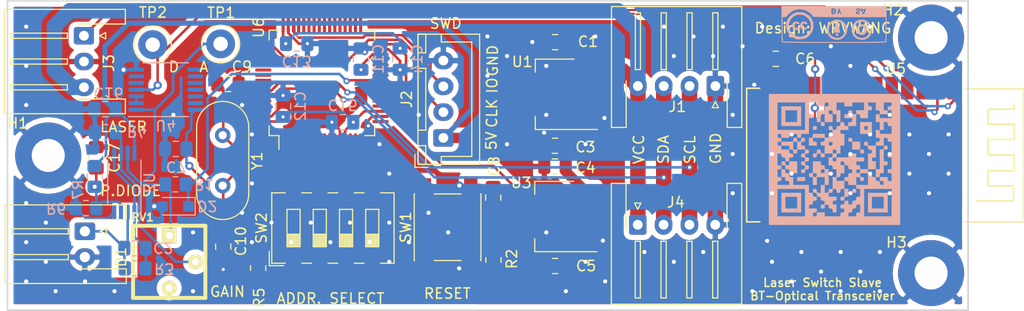
<source format=kicad_pcb>
(kicad_pcb (version 20171130) (host pcbnew 5.1.9)
  (layers (0 F.Cu signal) (31 B.Cu signal) (34 B.Paste user) (35 F.Paste user) (36 B.SilkS user) (37 F.SilkS user) (38 B.Mask user) (39 F.Mask user) (44 Edge.Cuts user))
  (net 0 "")
  (net 1 GND)
  (net 2 +7.5V)
  (net 3 "Net-(C2-Pad2)")
  (net 4 "Net-(C2-Pad1)")
  (net 5 +5V)
  (net 6 +3V3)
  (net 7 NRST)
  (net 8 "Net-(C9-Pad1)")
  (net 9 "Net-(C10-Pad1)")
  (net 10 "Net-(C11-Pad1)")
  (net 11 ADC)
  (net 12 SDA)
  (net 13 SCL)
  (net 14 SWDIO)
  (net 15 SWDCLK)
  (net 16 TX)
  (net 17 "Net-(RV1-Pad3)")
  (net 18 "Net-(SW2-Pad8)")
  (net 19 "Net-(SW2-Pad7)")
  (net 20 "Net-(SW2-Pad6)")
  (net 21 "Net-(SW2-Pad5)")
  (net 22 RX)
  (net 23 "Net-(U4-Pad2)")
  (net 24 "Net-(U5-Pad11)")
  (net 25 BT_CONN)
  (net 26 BT_TX)
  (net 27 BT_RX)
  (net 28 "Net-(U6-Pad62)")
  (net 29 "Net-(U6-Pad61)")
  (net 30 "Net-(U6-Pad60)")
  (net 31 "Net-(U6-Pad57)")
  (net 32 "Net-(U6-Pad56)")
  (net 33 "Net-(U6-Pad55)")
  (net 34 "Net-(U6-Pad54)")
  (net 35 "Net-(U6-Pad53)")
  (net 36 "Net-(U6-Pad52)")
  (net 37 "Net-(U6-Pad51)")
  (net 38 "Net-(U6-Pad50)")
  (net 39 "Net-(U6-Pad45)")
  (net 40 "Net-(U6-Pad44)")
  (net 41 "Net-(U6-Pad41)")
  (net 42 "Net-(U6-Pad40)")
  (net 43 "Net-(U6-Pad39)")
  (net 44 "Net-(U6-Pad35)")
  (net 45 "Net-(U6-Pad34)")
  (net 46 "Net-(U6-Pad33)")
  (net 47 "Net-(U6-Pad29)")
  (net 48 "Net-(U6-Pad28)")
  (net 49 "Net-(U6-Pad27)")
  (net 50 "Net-(U6-Pad26)")
  (net 51 "Net-(U6-Pad24)")
  (net 52 "Net-(U6-Pad23)")
  (net 53 "Net-(U6-Pad22)")
  (net 54 "Net-(U6-Pad21)")
  (net 55 "Net-(U6-Pad20)")
  (net 56 "Net-(U6-Pad17)")
  (net 57 "Net-(U6-Pad16)")
  (net 58 "Net-(U6-Pad15)")
  (net 59 "Net-(U6-Pad14)")
  (net 60 "Net-(U6-Pad4)")
  (net 61 "Net-(U6-Pad3)")
  (net 62 "Net-(U6-Pad2)")
  (net 63 "Net-(U6-Pad1)")
  (net 64 "Net-(R1-Pad2)")
  (net 65 "Net-(R4-Pad1)")
  (net 66 "Net-(R5-Pad1)")
  (net 67 "Net-(C17-Pad1)")
  (module Package_SO:TSSOP-8_4.4x3mm_P0.65mm (layer B.Cu) (at 118.3132 102.6414 90)
    (fp_text reference U2 (at 0 2.45 90) (layer B.SilkS) (effects (justify mirror)))
    (fp_text value MCP6022)
    (pad 8 smd roundrect (at 2.8625 0.975 90) (size 1.475 0.4) (layers B.Cu B.Paste B.Mask) (net 5 +5V))
    (pad 7 smd roundrect (at 2.8625 0.325 90) (size 1.475 0.4) (layers B.Cu B.Paste B.Mask) (net 64 "Net-(R1-Pad2)"))
    (pad 6 smd roundrect (at 2.8625 -0.325 90) (size 1.475 0.4) (layers B.Cu B.Paste B.Mask) (net 65 "Net-(R4-Pad1)"))
    (pad 5 smd roundrect (at 2.8625 -0.975 90) (size 1.475 0.4) (layers B.Cu B.Paste B.Mask) (net 3 "Net-(C2-Pad2)"))
    (pad 4 smd roundrect (at -2.8625 -0.975 90) (size 1.475 0.4) (layers B.Cu B.Paste B.Mask) (net 1 GND))
    (pad 3 smd roundrect (at -2.8625 -0.325 90) (size 1.475 0.4) (layers B.Cu B.Paste B.Mask) (net 67 "Net-(C17-Pad1)"))
    (pad 2 smd roundrect (at -2.8625 0.325 90) (size 1.475 0.4) (layers B.Cu B.Paste B.Mask) (net 4 "Net-(C2-Pad1)"))
    (pad 1 smd roundrect (at -2.8625 0.975 90) (size 1.475 0.4) (layers B.Cu B.Paste B.Mask) (net 3 "Net-(C2-Pad2)"))
  )
  (module Resistor_SMD:R_0805_2012Metric_Pad1.20x1.40mm_HandSolder (layer B.Cu) (at 115.443 102.0318 270)
    (fp_text reference R7 (at 1.2954 1.6002 90) (layer B.SilkS) (effects (justify mirror)))
    (fp_text value 15k)
    (pad 2 smd roundrect (at 1 0 270) (size 1.2 1.4) (layers B.Cu B.Paste B.Mask) (roundrect_rratio 0.2083325) (net 67 "Net-(C17-Pad1)"))
    (pad 1 smd roundrect (at -1 0 270) (size 1.2 1.4) (layers B.Cu B.Paste B.Mask) (roundrect_rratio 0.2083325) (net 5 +5V))
  )
  (module Resistor_SMD:R_0805_2012Metric_Pad1.20x1.40mm_HandSolder (layer B.Cu) (at 114.6048 105.1052 180)
    (fp_text reference R6 (at 2.8956 -0.0254 180 unlocked) (layer B.SilkS) (effects (justify mirror)))
    (fp_text value 330)
    (pad 2 smd roundrect (at 1 0 180) (size 1.2 1.4) (layers B.Cu B.Paste B.Mask) (roundrect_rratio 0.2083325) (net 1 GND))
    (pad 1 smd roundrect (at -1 0 180) (size 1.2 1.4) (layers B.Cu B.Paste B.Mask) (roundrect_rratio 0.2083325) (net 67 "Net-(C17-Pad1)"))
  )
  (module Capacitor_SMD:C_0805_2012Metric_Pad1.18x1.45mm_HandSolder (layer F.Cu) (at 115.5954 100.2245 90)
    (fp_text reference C17 (at 0 1.7526 90) (layer F.SilkS))
    (fp_text value 6p)
    (pad 2 smd roundrect (at 1.0375 0 90) (size 1.175 1.45) (layers F.Cu F.Paste F.Mask) (roundrect_rratio 0.2127659574468085) (net 1 GND))
    (pad 1 smd roundrect (at -1.0375 0 90) (size 1.175 1.45) (layers F.Cu F.Paste F.Mask) (roundrect_rratio 0.2127659574468085) (net 67 "Net-(C17-Pad1)"))
  )
  (module TestPoint:TestPoint_Loop_D3.50mm_Drill1.4mm_Beaded (layer F.Cu) (at 121.0564 89.2556 90)
    (fp_text reference TP2 (at 3.1242 0.0254 180) (layer F.SilkS))
    (fp_text value D)
    (pad 1 thru_hole circle (at 0 0 90) (size 2.8 2.8) (drill 1.4) (layers *.Cu *.Mask) (net 22 RX))
  )
  (module TestPoint:TestPoint_Loop_D3.50mm_Drill1.4mm_Beaded (layer F.Cu) (at 127.635 89.1794 90)
    (fp_text reference TP1 (at 3.0226 0.0508 180) (layer F.SilkS))
    (fp_text value A)
    (pad 1 thru_hole circle (at 0 0 90) (size 2.8 2.8) (drill 1.4) (layers *.Cu *.Mask) (net 64 "Net-(R1-Pad2)"))
  )
  (module Resistor_SMD:R_0805_2012Metric_Pad1.20x1.40mm_HandSolder (layer F.Cu) (at 131.2672 110.9218 270)
    (fp_text reference R5 (at 2.8702 -0.1016 90) (layer F.SilkS))
    (fp_text value 1k)
    (pad 2 smd roundrect (at 1 0 270) (size 1.2 1.4) (layers F.Cu F.Paste F.Mask) (roundrect_rratio 0.2083325) (net 6 +3V3))
    (pad 1 smd roundrect (at -1 0 270) (size 1.2 1.4) (layers F.Cu F.Paste F.Mask) (roundrect_rratio 0.2083325) (net 66 "Net-(R5-Pad1)"))
  )
  (module Resistor_SMD:R_0805_2012Metric_Pad1.20x1.40mm_HandSolder (layer B.Cu) (at 116.4844 97.7392 180)
    (fp_text reference R4 (at -3.048 0.0762 180 unlocked) (layer B.SilkS) (effects (justify mirror)))
    (fp_text value 10k)
    (pad 2 smd roundrect (at 1 0 180) (size 1.2 1.4) (layers B.Cu B.Paste B.Mask) (roundrect_rratio 0.2083325) (net 1 GND))
    (pad 1 smd roundrect (at -1 0 180) (size 1.2 1.4) (layers B.Cu B.Paste B.Mask) (roundrect_rratio 0.2083325) (net 65 "Net-(R4-Pad1)"))
  )
  (module Resistor_SMD:R_0805_2012Metric_Pad1.20x1.40mm_HandSolder (layer B.Cu) (at 119.3546 110.9472 180)
    (fp_text reference R3 (at -2.8194 -0.0254 180 unlocked) (layer B.SilkS) (effects (justify mirror)))
    (fp_text value 10k)
    (pad 2 smd roundrect (at 1 0 180) (size 1.2 1.4) (layers B.Cu B.Paste B.Mask) (roundrect_rratio 0.2083325) (net 4 "Net-(C2-Pad1)"))
    (pad 1 smd roundrect (at -1 0 180) (size 1.2 1.4) (layers B.Cu B.Paste B.Mask) (roundrect_rratio 0.2083325) (net 3 "Net-(C2-Pad2)"))
  )
  (module Package_SO:TSSOP-14_4.4x5mm_P0.65mm (layer B.Cu) (at 122.3264 93.6244)
    (fp_text reference U4 (at 0 3.45 180 unlocked) (layer B.SilkS) (effects (justify mirror)))
    (fp_text value 74LV14)
    (pad 14 smd roundrect (at 2.8625 1.95) (size 1.475 0.4) (layers B.Cu B.Paste B.Mask) (net 6 +3V3))
    (pad 13 smd roundrect (at 2.8625 1.3) (size 1.475 0.4) (layers B.Cu B.Paste B.Mask))
    (pad 12 smd roundrect (at 2.8625 0.65) (size 1.475 0.4) (layers B.Cu B.Paste B.Mask))
    (pad 11 smd roundrect (at 2.8625 0) (size 1.475 0.4) (layers B.Cu B.Paste B.Mask))
    (pad 10 smd roundrect (at 2.8625 -0.65) (size 1.475 0.4) (layers B.Cu B.Paste B.Mask))
    (pad 9 smd roundrect (at 2.8625 -1.3) (size 1.475 0.4) (layers B.Cu B.Paste B.Mask))
    (pad 8 smd roundrect (at 2.8625 -1.95) (size 1.475 0.4) (layers B.Cu B.Paste B.Mask))
    (pad 7 smd roundrect (at -2.8625 -1.95) (size 1.475 0.4) (layers B.Cu B.Paste B.Mask) (net 1 GND))
    (pad 6 smd roundrect (at -2.8625 -1.3) (size 1.475 0.4) (layers B.Cu B.Paste B.Mask))
    (pad 5 smd roundrect (at -2.8625 -0.65) (size 1.475 0.4) (layers B.Cu B.Paste B.Mask))
    (pad 4 smd roundrect (at -2.8625 0) (size 1.475 0.4) (layers B.Cu B.Paste B.Mask) (net 22 RX))
    (pad 3 smd roundrect (at -2.8625 0.65) (size 1.475 0.4) (layers B.Cu B.Paste B.Mask) (net 23 "Net-(U4-Pad2)"))
    (pad 2 smd roundrect (at -2.8625 1.3) (size 1.475 0.4) (layers B.Cu B.Paste B.Mask) (net 23 "Net-(U4-Pad2)"))
    (pad 1 smd roundrect (at -2.8625 1.95) (size 1.475 0.4) (layers B.Cu B.Paste B.Mask) (net 64 "Net-(R1-Pad2)"))
  )
  (module MountingHole:MountingHole_3.2mm_M3_Pad (layer F.Cu) (at 196.4182 111.4044)
    (fp_text reference H3 (at -3.3528 -2.9718) (layer F.SilkS))
    (fp_text value MountingHole_Pad)
    (pad 1 thru_hole circle (at 0 0) (size 6.4 6.4) (drill 3.2) (layers *.Cu *.Mask) (net 1 GND))
  )
  (module MountingHole:MountingHole_3.2mm_M3_Pad (layer F.Cu) (at 196.4182 88.5698)
    (fp_text reference H2 (at -3.7084 -2.667) (layer F.SilkS))
    (fp_text value MountingHole_Pad)
    (pad 1 thru_hole circle (at 0 0) (size 6.4 6.4) (drill 3.2) (layers *.Cu *.Mask) (net 1 GND))
  )
  (module MountingHole:MountingHole_3.2mm_M3_Pad (layer F.Cu) (at 110.9472 100)
    (fp_text reference H1 (at -2.9464 -3.1244) (layer F.SilkS))
    (fp_text value MountingHole_Pad)
    (pad 1 thru_hole circle (at 0 0) (size 6.4 6.4) (drill 3.2) (layers *.Cu *.Mask) (net 1 GND))
  )
  (module Graphics:GitHub-Link-QR (layer B.Cu) (at 187.071 100.3808)
    (fp_text reference G*** hide)
    (fp_text value LOGO hide)
  )
  (module Graphics:BY-SA (layer B.Cu) (at 187.0202 87.2998)
    (fp_text reference G*** hide)
    (fp_text value LOGO hide)
  )
  (module Capacitor_SMD:C_0805_2012Metric_Pad1.18x1.45mm_HandSolder (layer B.Cu) (at 116.459 95.504 180)
    (fp_text reference C16 (at -0.3302 1.5748 180 unlocked) (layer B.SilkS) (effects (justify mirror)))
    (fp_text value 0.1u)
    (pad 2 smd roundrect (at 1.0375 0 180) (size 1.175 1.45) (layers B.Cu B.Paste B.Mask) (roundrect_rratio 0.2127659574468085) (net 1 GND))
    (pad 1 smd roundrect (at -1.0375 0 180) (size 1.175 1.45) (layers B.Cu B.Paste B.Mask) (roundrect_rratio 0.2127659574468085) (net 5 +5V))
  )
  (module Crystal:Crystal_HC49-4H_Vertical (layer F.Cu) (at 127.8382 98.044 270)
    (fp_text reference Y1 (at 2.4892 -3.3274 90) (layer F.SilkS))
    (fp_text value 8MHz)
    (pad 2 thru_hole circle (at 4.88 0 270) (size 1.5 1.5) (drill 0.8) (layers *.Cu *.Mask) (net 9 "Net-(C10-Pad1)"))
    (pad 1 thru_hole circle (at 0 0 270) (size 1.5 1.5) (drill 0.8) (layers *.Cu *.Mask) (net 8 "Net-(C9-Pad1)"))
  )
  (module Package_QFP:LQFP-64_10x10mm_P0.5mm (layer F.Cu) (at 137.4394 92.964 90)
    (fp_text reference U6 (at 5.3594 -6.1214 90) (layer F.SilkS))
    (fp_text value STM32F401RCTx)
    (pad 64 smd roundrect (at -3.75 -5.675 90) (size 0.3 1.55) (layers F.Cu F.Paste F.Mask) (net 6 +3V3))
    (pad 63 smd roundrect (at -3.25 -5.675 90) (size 0.3 1.55) (layers F.Cu F.Paste F.Mask) (net 1 GND))
    (pad 62 smd roundrect (at -2.75 -5.675 90) (size 0.3 1.55) (layers F.Cu F.Paste F.Mask) (net 28 "Net-(U6-Pad62)"))
    (pad 61 smd roundrect (at -2.25 -5.675 90) (size 0.3 1.55) (layers F.Cu F.Paste F.Mask) (net 29 "Net-(U6-Pad61)"))
    (pad 60 smd roundrect (at -1.75 -5.675 90) (size 0.3 1.55) (layers F.Cu F.Paste F.Mask) (net 30 "Net-(U6-Pad60)"))
    (pad 59 smd roundrect (at -1.25 -5.675 90) (size 0.3 1.55) (layers F.Cu F.Paste F.Mask) (net 12 SDA))
    (pad 58 smd roundrect (at -0.75 -5.675 90) (size 0.3 1.55) (layers F.Cu F.Paste F.Mask) (net 13 SCL))
    (pad 57 smd roundrect (at -0.25 -5.675 90) (size 0.3 1.55) (layers F.Cu F.Paste F.Mask) (net 31 "Net-(U6-Pad57)"))
    (pad 56 smd roundrect (at 0.25 -5.675 90) (size 0.3 1.55) (layers F.Cu F.Paste F.Mask) (net 32 "Net-(U6-Pad56)"))
    (pad 55 smd roundrect (at 0.75 -5.675 90) (size 0.3 1.55) (layers F.Cu F.Paste F.Mask) (net 33 "Net-(U6-Pad55)"))
    (pad 54 smd roundrect (at 1.25 -5.675 90) (size 0.3 1.55) (layers F.Cu F.Paste F.Mask) (net 34 "Net-(U6-Pad54)"))
    (pad 53 smd roundrect (at 1.75 -5.675 90) (size 0.3 1.55) (layers F.Cu F.Paste F.Mask) (net 35 "Net-(U6-Pad53)"))
    (pad 52 smd roundrect (at 2.25 -5.675 90) (size 0.3 1.55) (layers F.Cu F.Paste F.Mask) (net 36 "Net-(U6-Pad52)"))
    (pad 51 smd roundrect (at 2.75 -5.675 90) (size 0.3 1.55) (layers F.Cu F.Paste F.Mask) (net 37 "Net-(U6-Pad51)"))
    (pad 50 smd roundrect (at 3.25 -5.675 90) (size 0.3 1.55) (layers F.Cu F.Paste F.Mask) (net 38 "Net-(U6-Pad50)"))
    (pad 49 smd roundrect (at 3.75 -5.675 90) (size 0.3 1.55) (layers F.Cu F.Paste F.Mask) (net 15 SWDCLK))
    (pad 48 smd roundrect (at 5.675 -3.75 90) (size 1.55 0.3) (layers F.Cu F.Paste F.Mask) (net 6 +3V3))
    (pad 47 smd roundrect (at 5.675 -3.25 90) (size 1.55 0.3) (layers F.Cu F.Paste F.Mask) (net 1 GND))
    (pad 46 smd roundrect (at 5.675 -2.75 90) (size 1.55 0.3) (layers F.Cu F.Paste F.Mask) (net 14 SWDIO))
    (pad 45 smd roundrect (at 5.675 -2.25 90) (size 1.55 0.3) (layers F.Cu F.Paste F.Mask) (net 39 "Net-(U6-Pad45)"))
    (pad 44 smd roundrect (at 5.675 -1.75 90) (size 1.55 0.3) (layers F.Cu F.Paste F.Mask) (net 40 "Net-(U6-Pad44)"))
    (pad 43 smd roundrect (at 5.675 -1.25 90) (size 1.55 0.3) (layers F.Cu F.Paste F.Mask) (net 22 RX))
    (pad 42 smd roundrect (at 5.675 -0.75 90) (size 1.55 0.3) (layers F.Cu F.Paste F.Mask) (net 16 TX))
    (pad 41 smd roundrect (at 5.675 -0.25 90) (size 1.55 0.3) (layers F.Cu F.Paste F.Mask) (net 41 "Net-(U6-Pad41)"))
    (pad 40 smd roundrect (at 5.675 0.25 90) (size 1.55 0.3) (layers F.Cu F.Paste F.Mask) (net 42 "Net-(U6-Pad40)"))
    (pad 39 smd roundrect (at 5.675 0.75 90) (size 1.55 0.3) (layers F.Cu F.Paste F.Mask) (net 43 "Net-(U6-Pad39)"))
    (pad 38 smd roundrect (at 5.675 1.25 90) (size 1.55 0.3) (layers F.Cu F.Paste F.Mask) (net 27 BT_RX))
    (pad 37 smd roundrect (at 5.675 1.75 90) (size 1.55 0.3) (layers F.Cu F.Paste F.Mask) (net 26 BT_TX))
    (pad 36 smd roundrect (at 5.675 2.25 90) (size 1.55 0.3) (layers F.Cu F.Paste F.Mask) (net 25 BT_CONN))
    (pad 35 smd roundrect (at 5.675 2.75 90) (size 1.55 0.3) (layers F.Cu F.Paste F.Mask) (net 44 "Net-(U6-Pad35)"))
    (pad 34 smd roundrect (at 5.675 3.25 90) (size 1.55 0.3) (layers F.Cu F.Paste F.Mask) (net 45 "Net-(U6-Pad34)"))
    (pad 33 smd roundrect (at 5.675 3.75 90) (size 1.55 0.3) (layers F.Cu F.Paste F.Mask) (net 46 "Net-(U6-Pad33)"))
    (pad 32 smd roundrect (at 3.75 5.675 90) (size 0.3 1.55) (layers F.Cu F.Paste F.Mask) (net 6 +3V3))
    (pad 31 smd roundrect (at 3.25 5.675 90) (size 0.3 1.55) (layers F.Cu F.Paste F.Mask) (net 1 GND))
    (pad 30 smd roundrect (at 2.75 5.675 90) (size 0.3 1.55) (layers F.Cu F.Paste F.Mask) (net 10 "Net-(C11-Pad1)"))
    (pad 29 smd roundrect (at 2.25 5.675 90) (size 0.3 1.55) (layers F.Cu F.Paste F.Mask) (net 47 "Net-(U6-Pad29)"))
    (pad 28 smd roundrect (at 1.75 5.675 90) (size 0.3 1.55) (layers F.Cu F.Paste F.Mask) (net 48 "Net-(U6-Pad28)"))
    (pad 27 smd roundrect (at 1.25 5.675 90) (size 0.3 1.55) (layers F.Cu F.Paste F.Mask) (net 49 "Net-(U6-Pad27)"))
    (pad 26 smd roundrect (at 0.75 5.675 90) (size 0.3 1.55) (layers F.Cu F.Paste F.Mask) (net 50 "Net-(U6-Pad26)"))
    (pad 25 smd roundrect (at 0.25 5.675 90) (size 0.3 1.55) (layers F.Cu F.Paste F.Mask) (net 11 ADC))
    (pad 24 smd roundrect (at -0.25 5.675 90) (size 0.3 1.55) (layers F.Cu F.Paste F.Mask) (net 51 "Net-(U6-Pad24)"))
    (pad 23 smd roundrect (at -0.75 5.675 90) (size 0.3 1.55) (layers F.Cu F.Paste F.Mask) (net 52 "Net-(U6-Pad23)"))
    (pad 22 smd roundrect (at -1.25 5.675 90) (size 0.3 1.55) (layers F.Cu F.Paste F.Mask) (net 53 "Net-(U6-Pad22)"))
    (pad 21 smd roundrect (at -1.75 5.675 90) (size 0.3 1.55) (layers F.Cu F.Paste F.Mask) (net 54 "Net-(U6-Pad21)"))
    (pad 20 smd roundrect (at -2.25 5.675 90) (size 0.3 1.55) (layers F.Cu F.Paste F.Mask) (net 55 "Net-(U6-Pad20)"))
    (pad 19 smd roundrect (at -2.75 5.675 90) (size 0.3 1.55) (layers F.Cu F.Paste F.Mask) (net 6 +3V3))
    (pad 18 smd roundrect (at -3.25 5.675 90) (size 0.3 1.55) (layers F.Cu F.Paste F.Mask) (net 1 GND))
    (pad 17 smd roundrect (at -3.75 5.675 90) (size 0.3 1.55) (layers F.Cu F.Paste F.Mask) (net 56 "Net-(U6-Pad17)"))
    (pad 16 smd roundrect (at -5.675 3.75 90) (size 1.55 0.3) (layers F.Cu F.Paste F.Mask) (net 57 "Net-(U6-Pad16)"))
    (pad 15 smd roundrect (at -5.675 3.25 90) (size 1.55 0.3) (layers F.Cu F.Paste F.Mask) (net 58 "Net-(U6-Pad15)"))
    (pad 14 smd roundrect (at -5.675 2.75 90) (size 1.55 0.3) (layers F.Cu F.Paste F.Mask) (net 59 "Net-(U6-Pad14)"))
    (pad 13 smd roundrect (at -5.675 2.25 90) (size 1.55 0.3) (layers F.Cu F.Paste F.Mask) (net 6 +3V3))
    (pad 12 smd roundrect (at -5.675 1.75 90) (size 1.55 0.3) (layers F.Cu F.Paste F.Mask) (net 1 GND))
    (pad 11 smd roundrect (at -5.675 1.25 90) (size 1.55 0.3) (layers F.Cu F.Paste F.Mask) (net 21 "Net-(SW2-Pad5)"))
    (pad 10 smd roundrect (at -5.675 0.75 90) (size 1.55 0.3) (layers F.Cu F.Paste F.Mask) (net 20 "Net-(SW2-Pad6)"))
    (pad 9 smd roundrect (at -5.675 0.25 90) (size 1.55 0.3) (layers F.Cu F.Paste F.Mask) (net 19 "Net-(SW2-Pad7)"))
    (pad 8 smd roundrect (at -5.675 -0.25 90) (size 1.55 0.3) (layers F.Cu F.Paste F.Mask) (net 18 "Net-(SW2-Pad8)"))
    (pad 7 smd roundrect (at -5.675 -0.75 90) (size 1.55 0.3) (layers F.Cu F.Paste F.Mask) (net 7 NRST))
    (pad 6 smd roundrect (at -5.675 -1.25 90) (size 1.55 0.3) (layers F.Cu F.Paste F.Mask) (net 9 "Net-(C10-Pad1)"))
    (pad 5 smd roundrect (at -5.675 -1.75 90) (size 1.55 0.3) (layers F.Cu F.Paste F.Mask) (net 8 "Net-(C9-Pad1)"))
    (pad 4 smd roundrect (at -5.675 -2.25 90) (size 1.55 0.3) (layers F.Cu F.Paste F.Mask) (net 60 "Net-(U6-Pad4)"))
    (pad 3 smd roundrect (at -5.675 -2.75 90) (size 1.55 0.3) (layers F.Cu F.Paste F.Mask) (net 61 "Net-(U6-Pad3)"))
    (pad 2 smd roundrect (at -5.675 -3.25 90) (size 1.55 0.3) (layers F.Cu F.Paste F.Mask) (net 62 "Net-(U6-Pad2)"))
    (pad 1 smd roundrect (at -5.675 -3.75 90) (size 1.55 0.3) (layers F.Cu F.Paste F.Mask) (net 63 "Net-(U6-Pad1)"))
  )
  (module "waicool20 - Modules:DX-BT24" (layer F.Cu) (at 189.357 99.9617 270)
    (fp_text reference U5 (at -8.3693 -3.6322) (layer F.SilkS))
    (fp_text value DX-BT24)
    (pad 13 smd rect (at -6.5 8.746 180) (size 1.2 2.2) (layers F.Cu F.Paste F.Mask) (net 1 GND))
    (pad 14 smd rect (at 6.5 8.746 180) (size 1.2 2.2) (layers F.Cu F.Paste F.Mask) (net 1 GND))
    (pad 12 smd rect (at -6.5 7.246 180) (size 1.2 2.2) (layers F.Cu F.Paste F.Mask) (net 6 +3V3))
    (pad 15 smd rect (at 6.5 7.246 180) (size 1.2 2.2) (layers F.Cu F.Paste F.Mask))
    (pad 11 smd rect (at -6.5 5.746 180) (size 1.2 2.2) (layers F.Cu F.Paste F.Mask) (net 24 "Net-(U5-Pad11)"))
    (pad 16 smd rect (at 6.5 5.746 180) (size 1.2 2.2) (layers F.Cu F.Paste F.Mask))
    (pad 10 smd rect (at -6.5 4.246 180) (size 1.2 2.2) (layers F.Cu F.Paste F.Mask))
    (pad 17 smd rect (at 6.5 4.246 180) (size 1.2 2.2) (layers F.Cu F.Paste F.Mask) (net 25 BT_CONN))
    (pad 9 smd rect (at -6.5 2.746 180) (size 1.2 2.2) (layers F.Cu F.Paste F.Mask))
    (pad 18 smd rect (at 6.5 2.746 180) (size 1.2 2.2) (layers F.Cu F.Paste F.Mask))
    (pad 8 smd rect (at -6.5 1.246 180) (size 1.2 2.2) (layers F.Cu F.Paste F.Mask))
    (pad 19 smd rect (at 6.5 1.246 180) (size 1.2 2.2) (layers F.Cu F.Paste F.Mask))
    (pad 7 smd rect (at -6.5 -0.254 180) (size 1.2 2.2) (layers F.Cu F.Paste F.Mask))
    (pad 20 smd rect (at 6.5 -0.254 180) (size 1.2 2.2) (layers F.Cu F.Paste F.Mask))
    (pad 6 smd rect (at -6.5 -1.754 180) (size 1.2 2.2) (layers F.Cu F.Paste F.Mask))
    (pad 21 smd rect (at 6.5 -1.754 180) (size 1.2 2.2) (layers F.Cu F.Paste F.Mask))
    (pad 5 smd rect (at -6.5 -3.254 180) (size 1.2 2.2) (layers F.Cu F.Paste F.Mask))
    (pad 22 smd rect (at 6.5 -3.254 180) (size 1.2 2.2) (layers F.Cu F.Paste F.Mask))
    (pad 4 smd rect (at -6.5 -4.754 180) (size 1.2 2.2) (layers F.Cu F.Paste F.Mask))
    (pad 23 smd rect (at 6.5 -4.754 180) (size 1.2 2.2) (layers F.Cu F.Paste F.Mask))
    (pad 3 smd rect (at -6.5 -6.254 180) (size 1.2 2.2) (layers F.Cu F.Paste F.Mask))
    (pad 24 smd rect (at 6.5 -6.254 180) (size 1.2 2.2) (layers F.Cu F.Paste F.Mask))
    (pad 2 smd rect (at -6.5 -7.754 180) (size 1.2 2.2) (layers F.Cu F.Paste F.Mask) (net 26 BT_TX))
    (pad 25 smd rect (at 6.5 -7.754 180) (size 1.2 2.2) (layers F.Cu F.Paste F.Mask))
    (pad 1 smd rect (at -6.5 -9.254 180) (size 1.2 2.2) (layers F.Cu F.Paste F.Mask) (net 27 BT_RX))
    (pad 26 smd rect (at 6.5 -9.254 180) (size 1.2 2.2) (layers F.Cu F.Paste F.Mask) (net 1 GND))
  )
  (module Package_TO_SOT_SMD:SOT-223-3_TabPin2 (layer F.Cu) (at 159.9565 105.918 180)
    (fp_text reference U3 (at 3.2131 3.2639) (layer F.SilkS))
    (fp_text value AMS1117-3.3)
    (pad 1 smd rect (at -3.15 -2.3 180) (size 2 1.5) (layers F.Cu F.Paste F.Mask) (net 1 GND))
    (pad 3 smd rect (at -3.15 2.3 180) (size 2 1.5) (layers F.Cu F.Paste F.Mask) (net 5 +5V))
    (pad 2 smd rect (at -3.15 0 180) (size 2 1.5) (layers F.Cu F.Paste F.Mask) (net 6 +3V3))
    (pad 2 smd rect (at 3.15 0 180) (size 2 3.8) (layers F.Cu F.Paste F.Mask) (net 6 +3V3))
  )
  (module Package_TO_SOT_SMD:SOT-223-3_TabPin2 (layer F.Cu) (at 160.0073 94.0689 180)
    (fp_text reference U1 (at 3.175 3.1496) (layer F.SilkS))
    (fp_text value AMS1117-5.0)
    (pad 1 smd rect (at -3.15 -2.3 180) (size 2 1.5) (layers F.Cu F.Paste F.Mask) (net 1 GND))
    (pad 3 smd rect (at -3.15 2.3 180) (size 2 1.5) (layers F.Cu F.Paste F.Mask) (net 2 +7.5V))
    (pad 2 smd rect (at -3.15 0 180) (size 2 1.5) (layers F.Cu F.Paste F.Mask) (net 5 +5V))
    (pad 2 smd rect (at 3.15 0 180) (size 2 3.8) (layers F.Cu F.Paste F.Mask) (net 5 +5V))
  )
  (module Button_Switch_SMD:SW_DIP_SPSTx04_Slide_6.7x11.72mm_W8.61mm_P2.54mm_LowProfile (layer F.Cu) (at 138.5062 107.0356 90)
    (fp_text reference SW2 (at 0 -6.92 90) (layer F.SilkS))
    (fp_text value SW_DIP_x04)
    (pad 8 smd rect (at 4.305 -3.81 90) (size 2.44 1.12) (layers F.Cu F.Paste F.Mask) (net 18 "Net-(SW2-Pad8)"))
    (pad 4 smd rect (at -4.305 3.81 90) (size 2.44 1.12) (layers F.Cu F.Paste F.Mask) (net 66 "Net-(R5-Pad1)"))
    (pad 7 smd rect (at 4.305 -1.27 90) (size 2.44 1.12) (layers F.Cu F.Paste F.Mask) (net 19 "Net-(SW2-Pad7)"))
    (pad 3 smd rect (at -4.305 1.27 90) (size 2.44 1.12) (layers F.Cu F.Paste F.Mask) (net 66 "Net-(R5-Pad1)"))
    (pad 6 smd rect (at 4.305 1.27 90) (size 2.44 1.12) (layers F.Cu F.Paste F.Mask) (net 20 "Net-(SW2-Pad6)"))
    (pad 2 smd rect (at -4.305 -1.27 90) (size 2.44 1.12) (layers F.Cu F.Paste F.Mask) (net 66 "Net-(R5-Pad1)"))
    (pad 5 smd rect (at 4.305 3.81 90) (size 2.44 1.12) (layers F.Cu F.Paste F.Mask) (net 21 "Net-(SW2-Pad5)"))
    (pad 1 smd rect (at -4.305 -3.81 90) (size 2.44 1.12) (layers F.Cu F.Paste F.Mask) (net 66 "Net-(R5-Pad1)"))
  )
  (module Button_Switch_SMD:SW_SPST_PTS645 (layer F.Cu) (at 149.606 106.9594 90)
    (fp_text reference SW1 (at 0 -4.05 90) (layer F.SilkS))
    (fp_text value Reset)
    (pad 2 smd rect (at 3.98 2.25 90) (size 1.55 1.3) (layers F.Cu F.Paste F.Mask) (net 1 GND))
    (pad 1 smd rect (at 3.98 -2.25 90) (size 1.55 1.3) (layers F.Cu F.Paste F.Mask) (net 7 NRST))
    (pad 1 smd rect (at -3.98 -2.25 90) (size 1.55 1.3) (layers F.Cu F.Paste F.Mask) (net 7 NRST))
    (pad 2 smd rect (at -3.98 2.25 90) (size 1.55 1.3) (layers F.Cu F.Paste F.Mask) (net 1 GND))
  )
  (module "waicool20 - Other:3362P" (layer F.Cu) (at 122.6566 110.3122 270)
    (fp_text reference RV1 (at -4.318 2.5654 180) (layer F.SilkS) (effects (font (size 0.762 0.762) (thickness 0.1524))))
    (fp_text value 50k hide)
    (pad 2 thru_hole circle (at 0 -2.54 270) (size 1.4 1.4) (drill 0.7) (layers *.Cu *.Mask F.SilkS) (net 65 "Net-(R4-Pad1)"))
    (pad 3 thru_hole circle (at 2.54 0 270) (size 1.4 1.4) (drill 0.7) (layers *.Cu *.Mask F.SilkS) (net 17 "Net-(RV1-Pad3)"))
    (pad 1 thru_hole rect (at -2.54 0 270) (size 1.4 1.4) (drill 0.7) (layers *.Cu *.Mask F.SilkS) (net 64 "Net-(R1-Pad2)"))
  )
  (module Resistor_SMD:R_0805_2012Metric_Pad1.20x1.40mm_HandSolder (layer F.Cu) (at 154.051 110.1344 90)
    (fp_text reference R2 (at 0.1016 1.778 90) (layer F.SilkS))
    (fp_text value 10k)
    (pad 2 smd roundrect (at 1 0 90) (size 1.2 1.4) (layers F.Cu F.Paste F.Mask) (roundrect_rratio 0.2083325) (net 7 NRST))
    (pad 1 smd roundrect (at -1 0 90) (size 1.2 1.4) (layers F.Cu F.Paste F.Mask) (roundrect_rratio 0.2083325) (net 6 +3V3))
  )
  (module Resistor_SMD:R_0805_2012Metric_Pad1.20x1.40mm_HandSolder (layer B.Cu) (at 123.2662 102.7938 180)
    (fp_text reference R1 (at -2.7686 -0.0254 180 unlocked) (layer B.SilkS) (effects (justify mirror)))
    (fp_text value 1k)
    (pad 2 smd roundrect (at 1 0 180) (size 1.2 1.4) (layers B.Cu B.Paste B.Mask) (roundrect_rratio 0.2083325) (net 64 "Net-(R1-Pad2)"))
    (pad 1 smd roundrect (at -1 0 180) (size 1.2 1.4) (layers B.Cu B.Paste B.Mask) (roundrect_rratio 0.2083325) (net 11 ADC))
  )
  (module Connector_JST:JST_XH_S4B-XH-A-1_1x04_P2.50mm_Horizontal (layer F.Cu) (at 168.021 106.718)
    (fp_text reference J4 (at 3.683 -2.1716) (layer F.SilkS))
    (fp_text value Bus)
    (pad 4 thru_hole oval (at 7.5 0) (size 1.7 1.95) (drill 0.95) (layers *.Cu *.Mask) (net 1 GND))
    (pad 3 thru_hole oval (at 5 0) (size 1.7 1.95) (drill 0.95) (layers *.Cu *.Mask) (net 13 SCL))
    (pad 2 thru_hole oval (at 2.5 0) (size 1.7 1.95) (drill 0.95) (layers *.Cu *.Mask) (net 12 SDA))
    (pad 1 thru_hole roundrect (at 0 0) (size 1.7 1.95) (drill 0.95) (layers *.Cu *.Mask) (roundrect_rratio 0.1470588235294118) (net 2 +7.5V))
  )
  (module Connector_JST:JST_XH_S3B-XH-A-1_1x03_P2.50mm_Horizontal (layer F.Cu) (at 114.4016 88.392 270)
    (fp_text reference J3 (at 2.6416 -2.413 90) (layer F.SilkS))
    (fp_text value Laser)
    (pad 3 thru_hole oval (at 5 0 270) (size 1.7 1.95) (drill 0.95) (layers *.Cu *.Mask) (net 2 +7.5V))
    (pad 2 thru_hole oval (at 2.5 0 270) (size 1.7 1.95) (drill 0.95) (layers *.Cu *.Mask) (net 1 GND))
    (pad 1 thru_hole roundrect (at 0 0 270) (size 1.7 1.95) (drill 0.95) (layers *.Cu *.Mask) (roundrect_rratio 0.1470588235294118) (net 16 TX))
  )
  (module Connector_JST:JST_XH_B4B-XH-A_1x04_P2.50mm_Vertical (layer F.Cu) (at 149.1996 98.298 90)
    (fp_text reference J2 (at 3.75 -3.55 90) (layer F.SilkS))
    (fp_text value SWD)
    (pad 4 thru_hole oval (at 7.5 0 90) (size 1.7 1.95) (drill 0.95) (layers *.Cu *.Mask) (net 1 GND))
    (pad 3 thru_hole oval (at 5 0 90) (size 1.7 1.95) (drill 0.95) (layers *.Cu *.Mask) (net 14 SWDIO))
    (pad 2 thru_hole oval (at 2.5 0 90) (size 1.7 1.95) (drill 0.95) (layers *.Cu *.Mask) (net 15 SWDCLK))
    (pad 1 thru_hole roundrect (at 0 0 90) (size 1.7 1.95) (drill 0.95) (layers *.Cu *.Mask) (roundrect_rratio 0.1470588235294118) (net 5 +5V))
  )
  (module Connector_JST:JST_XH_S4B-XH-A-1_1x04_P2.50mm_Horizontal (layer F.Cu) (at 175.5337 93.2689 180)
    (fp_text reference J1 (at 3.6773 -2.0065) (layer F.SilkS))
    (fp_text value Bus)
    (pad 4 thru_hole oval (at 7.5 0 180) (size 1.7 1.95) (drill 0.95) (layers *.Cu *.Mask) (net 2 +7.5V))
    (pad 3 thru_hole oval (at 5 0 180) (size 1.7 1.95) (drill 0.95) (layers *.Cu *.Mask) (net 12 SDA))
    (pad 2 thru_hole oval (at 2.5 0 180) (size 1.7 1.95) (drill 0.95) (layers *.Cu *.Mask) (net 13 SCL))
    (pad 1 thru_hole roundrect (at 0 0 180) (size 1.7 1.95) (drill 0.95) (layers *.Cu *.Mask) (roundrect_rratio 0.1470588235294118) (net 1 GND))
  )
  (module Diode_SMD:D_SOD-323_HandSoldering (layer B.Cu) (at 123.2662 104.9274 180)
    (fp_text reference D2 (at -3.0734 0.0254 180 unlocked) (layer B.SilkS) (effects (justify mirror)))
    (fp_text value MM3Z3V3T1G)
    (pad 2 smd rect (at 1.25 0 180) (size 1 1) (layers B.Cu B.Paste B.Mask) (net 1 GND))
    (pad 1 smd rect (at -1.25 0 180) (size 1 1) (layers B.Cu B.Paste B.Mask) (net 11 ADC))
  )
  (module Connector_JST:JST_XH_S2B-XH-A-1_1x02_P2.50mm_Horizontal (layer F.Cu) (at 114.4905 107.3531 270)
    (fp_text reference D1 (at 2.5019 -3.4925 90) (layer F.SilkS))
    (fp_text value SGPIN82MQ-G)
    (pad 2 thru_hole oval (at 2.5 0 270) (size 1.7 2) (drill 1) (layers *.Cu *.Mask) (net 1 GND))
    (pad 1 thru_hole roundrect (at 0 0 270) (size 1.7 2) (drill 1) (layers *.Cu *.Mask) (roundrect_rratio 0.1470588235294118) (net 4 "Net-(C2-Pad1)"))
  )
  (module Capacitor_SMD:C_0805_2012Metric_Pad1.18x1.45mm_HandSolder (layer B.Cu) (at 139.446 96.774 180)
    (fp_text reference C15 (at 0 1.68 180 unlocked) (layer B.SilkS) (effects (justify mirror)))
    (fp_text value 0.1u)
    (pad 2 smd roundrect (at 1.0375 0 180) (size 1.175 1.45) (layers B.Cu B.Paste B.Mask) (roundrect_rratio 0.2127659574468085) (net 1 GND))
    (pad 1 smd roundrect (at -1.0375 0 180) (size 1.175 1.45) (layers B.Cu B.Paste B.Mask) (roundrect_rratio 0.2127659574468085) (net 6 +3V3))
  )
  (module Capacitor_SMD:C_0805_2012Metric_Pad1.18x1.45mm_HandSolder (layer B.Cu) (at 145.0086 90.6526 270)
    (fp_text reference C14 (at 0.0254 -1.651 270) (layer B.SilkS) (effects (justify mirror)))
    (fp_text value 0.1u)
    (pad 2 smd roundrect (at 1.0375 0 270) (size 1.175 1.45) (layers B.Cu B.Paste B.Mask) (roundrect_rratio 0.2127659574468085) (net 1 GND))
    (pad 1 smd roundrect (at -1.0375 0 270) (size 1.175 1.45) (layers B.Cu B.Paste B.Mask) (roundrect_rratio 0.2127659574468085) (net 6 +3V3))
  )
  (module Capacitor_SMD:C_0805_2012Metric_Pad1.18x1.45mm_HandSolder (layer B.Cu) (at 135.001 89.154)
    (fp_text reference C13 (at 0 1.68 180 unlocked) (layer B.SilkS) (effects (justify mirror)))
    (fp_text value 0.1u)
    (pad 2 smd roundrect (at 1.0375 0) (size 1.175 1.45) (layers B.Cu B.Paste B.Mask) (roundrect_rratio 0.2127659574468085) (net 1 GND))
    (pad 1 smd roundrect (at -1.0375 0) (size 1.175 1.45) (layers B.Cu B.Paste B.Mask) (roundrect_rratio 0.2127659574468085) (net 6 +3V3))
  )
  (module Capacitor_SMD:C_0805_2012Metric_Pad1.18x1.45mm_HandSolder (layer B.Cu) (at 133.6802 95.2246 90)
    (fp_text reference C12 (at 0 1.68 270) (layer B.SilkS) (effects (justify mirror)))
    (fp_text value 0.1u)
    (pad 2 smd roundrect (at 1.0375 0 90) (size 1.175 1.45) (layers B.Cu B.Paste B.Mask) (roundrect_rratio 0.2127659574468085) (net 1 GND))
    (pad 1 smd roundrect (at -1.0375 0 90) (size 1.175 1.45) (layers B.Cu B.Paste B.Mask) (roundrect_rratio 0.2127659574468085) (net 6 +3V3))
  )
  (module Capacitor_SMD:C_0805_2012Metric_Pad1.18x1.45mm_HandSolder (layer B.Cu) (at 141.224 90.6526 90)
    (fp_text reference C11 (at 0 1.68 270) (layer B.SilkS) (effects (justify mirror)))
    (fp_text value 2.2u)
    (pad 2 smd roundrect (at 1.0375 0 90) (size 1.175 1.45) (layers B.Cu B.Paste B.Mask) (roundrect_rratio 0.2127659574468085) (net 1 GND))
    (pad 1 smd roundrect (at -1.0375 0 90) (size 1.175 1.45) (layers B.Cu B.Paste B.Mask) (roundrect_rratio 0.2127659574468085) (net 10 "Net-(C11-Pad1)"))
  )
  (module Capacitor_SMD:C_0805_2012Metric_Pad1.18x1.45mm_HandSolder (layer F.Cu) (at 127.889 108.839 270)
    (fp_text reference C10 (at -0.5334 -1.7018 270) (layer F.SilkS))
    (fp_text value 22p)
    (pad 2 smd roundrect (at 1.0375 0 270) (size 1.175 1.45) (layers F.Cu F.Paste F.Mask) (roundrect_rratio 0.2127659574468085) (net 1 GND))
    (pad 1 smd roundrect (at -1.0375 0 270) (size 1.175 1.45) (layers F.Cu F.Paste F.Mask) (roundrect_rratio 0.2127659574468085) (net 9 "Net-(C10-Pad1)"))
  )
  (module Capacitor_SMD:C_0805_2012Metric_Pad1.18x1.45mm_HandSolder (layer F.Cu) (at 128.3462 93.0656)
    (fp_text reference C9 (at 1.3462 -1.6764 180) (layer F.SilkS))
    (fp_text value 22p)
    (pad 2 smd roundrect (at 1.0375 0) (size 1.175 1.45) (layers F.Cu F.Paste F.Mask) (roundrect_rratio 0.2127659574468085) (net 1 GND))
    (pad 1 smd roundrect (at -1.0375 0) (size 1.175 1.45) (layers F.Cu F.Paste F.Mask) (roundrect_rratio 0.2127659574468085) (net 8 "Net-(C9-Pad1)"))
  )
  (module Capacitor_SMD:C_0805_2012Metric_Pad1.18x1.45mm_HandSolder (layer F.Cu) (at 154.0256 104.0892 90)
    (fp_text reference C8 (at 3.048 0.1016 90) (layer F.SilkS))
    (fp_text value 0.1u)
    (pad 2 smd roundrect (at 1.0375 0 90) (size 1.175 1.45) (layers F.Cu F.Paste F.Mask) (roundrect_rratio 0.2127659574468085) (net 1 GND))
    (pad 1 smd roundrect (at -1.0375 0 90) (size 1.175 1.45) (layers F.Cu F.Paste F.Mask) (roundrect_rratio 0.2127659574468085) (net 7 NRST))
  )
  (module Capacitor_SMD:C_0805_2012Metric_Pad1.18x1.45mm_HandSolder (layer B.Cu) (at 123.2916 99.3648 180)
    (fp_text reference C7 (at -0.0254 -1.7272 180 unlocked) (layer B.SilkS) (effects (justify mirror)))
    (fp_text value 0.1u)
    (pad 2 smd roundrect (at 1.0375 0 180) (size 1.175 1.45) (layers B.Cu B.Paste B.Mask) (roundrect_rratio 0.2127659574468085) (net 1 GND))
    (pad 1 smd roundrect (at -1.0375 0 180) (size 1.175 1.45) (layers B.Cu B.Paste B.Mask) (roundrect_rratio 0.2127659574468085) (net 6 +3V3))
  )
  (module Capacitor_SMD:C_0805_2012Metric_Pad1.18x1.45mm_HandSolder (layer F.Cu) (at 181.3853 90.6272)
    (fp_text reference C6 (at 2.8409 0) (layer F.SilkS))
    (fp_text value 0.1u)
    (pad 2 smd roundrect (at 1.0375 0) (size 1.175 1.45) (layers F.Cu F.Paste F.Mask) (roundrect_rratio 0.2127659574468085) (net 6 +3V3))
    (pad 1 smd roundrect (at -1.0375 0) (size 1.175 1.45) (layers F.Cu F.Paste F.Mask) (roundrect_rratio 0.2127659574468085) (net 1 GND))
  )
  (module Capacitor_SMD:C_0805_2012Metric_Pad1.18x1.45mm_HandSolder (layer F.Cu) (at 160.0073 110.7186 180)
    (fp_text reference C5 (at -3.0099 0) (layer F.SilkS))
    (fp_text value 22u)
    (pad 2 smd roundrect (at 1.0375 0 180) (size 1.175 1.45) (layers F.Cu F.Paste F.Mask) (roundrect_rratio 0.2127659574468085) (net 1 GND))
    (pad 1 smd roundrect (at -1.0375 0 180) (size 1.175 1.45) (layers F.Cu F.Paste F.Mask) (roundrect_rratio 0.2127659574468085) (net 6 +3V3))
  )
  (module Capacitor_SMD:C_0805_2012Metric_Pad1.18x1.45mm_HandSolder (layer F.Cu) (at 160.0073 101.0666 180)
    (fp_text reference C4 (at -2.9591 -0.127) (layer F.SilkS))
    (fp_text value 22u)
    (pad 2 smd roundrect (at 1.0375 0 180) (size 1.175 1.45) (layers F.Cu F.Paste F.Mask) (roundrect_rratio 0.2127659574468085) (net 1 GND))
    (pad 1 smd roundrect (at -1.0375 0 180) (size 1.175 1.45) (layers F.Cu F.Paste F.Mask) (roundrect_rratio 0.2127659574468085) (net 5 +5V))
  )
  (module Capacitor_SMD:C_0805_2012Metric_Pad1.18x1.45mm_HandSolder (layer F.Cu) (at 160.0073 99.06 180)
    (fp_text reference C3 (at -2.9464 -0.127) (layer F.SilkS))
    (fp_text value 22u)
    (pad 2 smd roundrect (at 1.0375 0 180) (size 1.175 1.45) (layers F.Cu F.Paste F.Mask) (roundrect_rratio 0.2127659574468085) (net 1 GND))
    (pad 1 smd roundrect (at -1.0375 0 180) (size 1.175 1.45) (layers F.Cu F.Paste F.Mask) (roundrect_rratio 0.2127659574468085) (net 5 +5V))
  )
  (module Capacitor_SMD:C_0805_2012Metric_Pad1.18x1.45mm_HandSolder (layer B.Cu) (at 119.3546 108.9914)
    (fp_text reference C2 (at 2.7178 -0.0508 180 unlocked) (layer B.SilkS) (effects (justify mirror)))
    (fp_text value 6p)
    (pad 2 smd roundrect (at 1.0375 0) (size 1.175 1.45) (layers B.Cu B.Paste B.Mask) (roundrect_rratio 0.2127659574468085) (net 3 "Net-(C2-Pad2)"))
    (pad 1 smd roundrect (at -1.0375 0) (size 1.175 1.45) (layers B.Cu B.Paste B.Mask) (roundrect_rratio 0.2127659574468085) (net 4 "Net-(C2-Pad1)"))
  )
  (module Capacitor_SMD:C_0805_2012Metric_Pad1.18x1.45mm_HandSolder (layer F.Cu) (at 160.0073 89.0143 180)
    (fp_text reference C1 (at -3.1877 0.0508) (layer F.SilkS))
    (fp_text value 22u)
    (pad 2 smd roundrect (at 1.0375 0 180) (size 1.175 1.45) (layers F.Cu F.Paste F.Mask) (roundrect_rratio 0.2127659574468085) (net 1 GND))
    (pad 1 smd roundrect (at -1.0375 0 180) (size 1.175 1.45) (layers F.Cu F.Paste F.Mask) (roundrect_rratio 0.2127659574468085) (net 2 +7.5V))
  )
  (gr_text D (at 123.1138 91.4146) (layer F.SilkS) (effects (font (size 1 1))))
  (gr_text "A\n" (at 126.0094 91.4146) (layer F.SilkS) (effects (font (size 1 1))))
  (gr_text "ADDR. SELECT" (at 138.2776 113.8682) (layer F.SilkS) (effects (font (size 1 1))))
  (gr_text "RESET\n" (at 149.5806 113.3856) (layer F.SilkS) (effects (font (size 1 1))))
  (gr_text "GND\n" (at 153.9748 90.805 90) (layer F.SilkS) (effects (font (size 1 1))))
  (gr_text 5V (at 153.8478 98.5774 90) (layer F.SilkS) (effects (font (size 1 1))))
  (gr_text CLK (at 153.8986 95.9104 90) (layer F.SilkS) (effects (font (size 1 1))))
  (gr_text IO (at 153.924 93.218 90) (layer F.SilkS) (effects (font (size 1 1))))
  (gr_text "SWD\n" (at 149.4282 87.1982) (layer F.SilkS) (effects (font (size 1 1))))
  (gr_text VCC (at 168.1226 99.409238 90) (layer F.SilkS) (effects (font (size 1 1))))
  (gr_text "GND\n" (at 175.5648 99.314 90) (layer F.SilkS) (effects (font (size 1 1))))
  (gr_text "SCL\n" (at 173.0756 99.456857 90) (layer F.SilkS) (effects (font (size 1 1))))
  (gr_text SDA (at 170.5102 99.433047 90) (layer F.SilkS) (effects (font (size 1 1))))
  (gr_text "Design: WPVWANG" (at 185.9534 87.6554) (layer F.SilkS) (effects (font (size 1 1))))
  (gr_text "Laser Switch Slave\nBT-Optical Transceiver\n" (at 185.9026 112.9792) (layer F.SilkS) (effects (font (size 0.8 0.8))))
  (gr_text P.DIODE (at 118.9228 103.4288) (layer F.SilkS) (effects (font (size 1 1))))
  (gr_text "LASER\n" (at 118.232324 97.2312) (layer F.SilkS) (effects (font (size 1 1))))
  (gr_text GAIN (at 128.2954 113.2078) (layer F.SilkS) (effects (font (size 1 1))))
  (gr_line (start 107 85) (end 107 115) (layer Edge.Cuts) (width 0.15))
  (gr_line (start 107 85) (end 200 85) (layer Edge.Cuts) (width 0.15))
  (gr_line (start 200 115) (end 200 85) (layer Edge.Cuts) (width 0.15))
  (gr_line (start 107 115) (end 200 115) (layer Edge.Cuts) (width 0.15))
  (segment (start 151.9283 103.0517) (end 151.856 102.9794) (width 0.25) (layer F.Cu) (net 1))
  (segment (start 154.0256 103.0517) (end 151.9283 103.0517) (width 0.25) (layer F.Cu) (net 1))
  (via (at 150.749 102.9208) (size 0.8) (drill 0.4) (layers F.Cu B.Cu) (net 1))
  (segment (start 150.8076 102.9794) (end 150.749 102.9208) (width 0.25) (layer F.Cu) (net 1))
  (segment (start 151.856 102.9794) (end 150.8076 102.9794) (width 0.25) (layer F.Cu) (net 1))
  (via (at 150.7236 110.9472) (size 0.8) (drill 0.4) (layers F.Cu B.Cu) (net 1))
  (segment (start 150.7314 110.9394) (end 150.7236 110.9472) (width 0.25) (layer F.Cu) (net 1))
  (segment (start 151.856 110.9394) (end 150.7314 110.9394) (width 0.25) (layer F.Cu) (net 1))
  (segment (start 161.4704 108.218) (end 163.1065 108.218) (width 0.25) (layer F.Cu) (net 1))
  (segment (start 158.9698 110.7186) (end 161.4704 108.218) (width 0.25) (layer F.Cu) (net 1))
  (segment (start 180.611 90.8904) (end 180.3478 90.6272) (width 1) (layer F.Cu) (net 1))
  (segment (start 180.611 93.4617) (end 180.611 90.8904) (width 1) (layer F.Cu) (net 1))
  (segment (start 175.5337 106.7053) (end 175.521 106.718) (width 1.5) (layer F.Cu) (net 1))
  (segment (start 175.5337 93.2689) (end 175.5337 106.7053) (width 1.5) (layer F.Cu) (net 1))
  (via (at 179.2986 93.1418) (size 0.8) (drill 0.4) (layers F.Cu B.Cu) (net 1))
  (segment (start 179.6185 93.4617) (end 179.2986 93.1418) (width 0.25) (layer F.Cu) (net 1))
  (segment (start 180.611 93.4617) (end 179.6185 93.4617) (width 0.25) (layer F.Cu) (net 1))
  (via (at 164.6428 108.2548) (size 0.8) (drill 0.4) (layers F.Cu B.Cu) (net 1))
  (segment (start 164.606 108.218) (end 164.6428 108.2548) (width 0.25) (layer F.Cu) (net 1))
  (segment (start 163.1065 108.218) (end 164.606 108.218) (width 0.25) (layer F.Cu) (net 1))
  (via (at 164.7952 96.3676) (size 0.8) (drill 0.4) (layers F.Cu B.Cu) (net 1))
  (segment (start 164.7939 96.3689) (end 164.7952 96.3676) (width 0.25) (layer F.Cu) (net 1))
  (segment (start 163.1573 96.3689) (end 164.7939 96.3689) (width 0.25) (layer F.Cu) (net 1))
  (segment (start 158.9698 99.06) (end 158.9698 101.0666) (width 0.25) (layer F.Cu) (net 1))
  (via (at 157.8102 89.0016) (size 0.8) (drill 0.4) (layers F.Cu B.Cu) (net 1))
  (segment (start 157.8229 89.0143) (end 157.8102 89.0016) (width 0.25) (layer F.Cu) (net 1))
  (segment (start 158.9698 89.0143) (end 157.8229 89.0143) (width 0.25) (layer F.Cu) (net 1))
  (via (at 136.0385 89.154) (size 0.6) (drill 0.3) (layers F.Cu B.Cu) (net 1))
  (segment (start 145.0086 90.8332) (end 145.0086 91.6901) (width 0.25) (layer F.Cu) (net 1))
  (via (at 145.0086 91.6901) (size 0.6) (drill 0.3) (layers F.Cu B.Cu) (net 1))
  (segment (start 143.8894 89.714) (end 145.0086 90.8332) (width 0.25) (layer F.Cu) (net 1))
  (segment (start 143.1144 89.714) (end 143.8894 89.714) (width 0.25) (layer F.Cu) (net 1))
  (via (at 138.4085 96.774) (size 0.6) (drill 0.3) (layers F.Cu B.Cu) (net 1))
  (segment (start 139.1894 97.5549) (end 138.4085 96.774) (width 0.25) (layer F.Cu) (net 1))
  (segment (start 139.1894 98.639) (end 139.1894 97.5549) (width 0.25) (layer F.Cu) (net 1))
  (segment (start 180.611 106.4617) (end 180.611 106.7224) (width 0.25) (layer F.Cu) (net 1))
  (via (at 180.5432 108.2802) (size 0.8) (drill 0.4) (layers F.Cu B.Cu) (net 1))
  (segment (start 180.5432 106.7902) (end 180.5432 108.2802) (width 0.25) (layer F.Cu) (net 1))
  (segment (start 180.611 106.7224) (end 180.5432 106.7902) (width 0.25) (layer F.Cu) (net 1))
  (via (at 141.590544 89.981644) (size 0.6) (drill 0.3) (layers F.Cu B.Cu) (net 1))
  (segment (start 143.1144 89.714) (end 141.858188 89.714) (width 0.25) (layer F.Cu) (net 1))
  (segment (start 141.858188 89.714) (end 141.590544 89.981644) (width 0.25) (layer F.Cu) (net 1))
  (segment (start 134.1894 87.289) (end 134.1894 88.124692) (width 0.25) (layer F.Cu) (net 1))
  (segment (start 134.1894 88.124692) (end 135.218708 89.154) (width 0.25) (layer F.Cu) (net 1))
  (segment (start 135.218708 89.154) (end 136.0385 89.154) (width 0.25) (layer F.Cu) (net 1))
  (via (at 133.6802 94.1871) (size 0.6) (drill 0.3) (layers F.Cu B.Cu) (net 1))
  (segment (start 131.7644 96.214) (end 132.5394 96.214) (width 0.25) (layer F.Cu) (net 1))
  (segment (start 132.5394 96.214) (end 133.6802 95.0732) (width 0.25) (layer F.Cu) (net 1))
  (segment (start 133.6802 95.0732) (end 133.6802 94.1871) (width 0.25) (layer F.Cu) (net 1))
  (segment (start 158.9698 101.0666) (end 158.4706 101.0666) (width 0.25) (layer F.Cu) (net 1))
  (segment (start 158.9532 99.0434) (end 158.9532 97.79) (width 0.25) (layer F.Cu) (net 1))
  (segment (start 158.9698 99.06) (end 158.9532 99.0434) (width 0.25) (layer F.Cu) (net 1))
  (via (at 158.9532 97.79) (size 0.8) (drill 0.4) (layers F.Cu B.Cu) (net 1))
  (via (at 141.9352 97.1296) (size 0.6) (drill 0.3) (layers F.Cu B.Cu) (net 1))
  (segment (start 141.9352 96.647) (end 141.9352 97.1296) (width 0.25) (layer F.Cu) (net 1))
  (segment (start 141.9098 96.6216) (end 141.9352 96.647) (width 0.25) (layer F.Cu) (net 1))
  (segment (start 142.3174 96.214) (end 141.9098 96.6216) (width 0.25) (layer F.Cu) (net 1))
  (segment (start 143.1144 96.214) (end 142.3174 96.214) (width 0.25) (layer F.Cu) (net 1))
  (via (at 127.889 111.0488) (size 0.6) (drill 0.3) (layers F.Cu B.Cu) (net 1))
  (segment (start 127.889 109.8765) (end 127.889 111.0488) (width 0.25) (layer F.Cu) (net 1))
  (segment (start 115.4844 95.7955) (end 115.4215 95.7326) (width 0.25) (layer B.Cu) (net 1))
  (via (at 118.237 91.694) (size 0.8) (drill 0.4) (layers F.Cu B.Cu) (net 1))
  (segment (start 118.2566 91.6744) (end 118.237 91.694) (width 0.25) (layer B.Cu) (net 1))
  (segment (start 119.4639 91.6744) (end 118.2566 91.6744) (width 0.25) (layer B.Cu) (net 1))
  (via (at 108.812676 87.5114) (size 0.8) (drill 0.4) (layers F.Cu B.Cu) (net 1))
  (via (at 108.812676 91.3114) (size 0.8) (drill 0.4) (layers F.Cu B.Cu) (net 1))
  (via (at 108.812676 95.1114) (size 0.8) (drill 0.4) (layers F.Cu B.Cu) (net 1))
  (via (at 108.812676 104.6114) (size 0.8) (drill 0.4) (layers F.Cu B.Cu) (net 1))
  (via (at 108.812676 108.4114) (size 0.8) (drill 0.4) (layers F.Cu B.Cu) (net 1))
  (via (at 108.812676 112.2114) (size 0.8) (drill 0.4) (layers F.Cu B.Cu) (net 1))
  (via (at 110.712676 106.5114) (size 0.8) (drill 0.4) (layers F.Cu B.Cu) (net 1))
  (via (at 110.712676 110.3114) (size 0.8) (drill 0.4) (layers F.Cu B.Cu) (net 1))
  (via (at 111.662676 113.1614) (size 0.8) (drill 0.4) (layers F.Cu B.Cu) (net 1))
  (via (at 114.512676 112.2114) (size 0.8) (drill 0.4) (layers F.Cu B.Cu) (net 1))
  (via (at 117.362676 113.1614) (size 0.8) (drill 0.4) (layers F.Cu B.Cu) (net 1))
  (via (at 123.062676 96.0614) (size 0.8) (drill 0.4) (layers F.Cu B.Cu) (net 1))
  (via (at 124.962676 107.4614) (size 0.8) (drill 0.4) (layers F.Cu B.Cu) (net 1))
  (via (at 124.962676 113.1614) (size 0.8) (drill 0.4) (layers F.Cu B.Cu) (net 1))
  (via (at 129.712676 95.1114) (size 0.8) (drill 0.4) (layers F.Cu B.Cu) (net 1))
  (via (at 129.712676 105.5614) (size 0.8) (drill 0.4) (layers F.Cu B.Cu) (net 1))
  (via (at 130.662676 97.9614) (size 0.8) (drill 0.4) (layers F.Cu B.Cu) (net 1))
  (via (at 130.662676 102.7114) (size 0.8) (drill 0.4) (layers F.Cu B.Cu) (net 1))
  (via (at 130.662676 108.4114) (size 0.8) (drill 0.4) (layers F.Cu B.Cu) (net 1))
  (via (at 132.562676 106.5114) (size 0.8) (drill 0.4) (layers F.Cu B.Cu) (net 1))
  (via (at 134.462676 108.4114) (size 0.8) (drill 0.4) (layers F.Cu B.Cu) (net 1))
  (via (at 136.362676 106.5114) (size 0.8) (drill 0.4) (layers F.Cu B.Cu) (net 1))
  (via (at 138.262676 108.4114) (size 0.8) (drill 0.4) (layers F.Cu B.Cu) (net 1))
  (via (at 140.162676 106.5114) (size 0.8) (drill 0.4) (layers F.Cu B.Cu) (net 1))
  (via (at 142.062676 108.4114) (size 0.8) (drill 0.4) (layers F.Cu B.Cu) (net 1))
  (via (at 143.012676 98.9114) (size 0.8) (drill 0.4) (layers F.Cu B.Cu) (net 1))
  (via (at 143.962676 101.7614) (size 0.8) (drill 0.4) (layers F.Cu B.Cu) (net 1))
  (via (at 143.962676 106.5114) (size 0.8) (drill 0.4) (layers F.Cu B.Cu) (net 1))
  (via (at 143.962676 110.3114) (size 0.8) (drill 0.4) (layers F.Cu B.Cu) (net 1))
  (via (at 145.862676 108.4114) (size 0.8) (drill 0.4) (layers F.Cu B.Cu) (net 1))
  (via (at 146.812676 96.0614) (size 0.8) (drill 0.4) (layers F.Cu B.Cu) (net 1))
  (via (at 147.762676 105.5614) (size 0.8) (drill 0.4) (layers F.Cu B.Cu) (net 1))
  (via (at 149.662676 107.4614) (size 0.8) (drill 0.4) (layers F.Cu B.Cu) (net 1))
  (via (at 153.462676 88.4614) (size 0.8) (drill 0.4) (layers F.Cu B.Cu) (net 1))
  (via (at 153.462676 92.2614) (size 0.8) (drill 0.4) (layers F.Cu B.Cu) (net 1))
  (via (at 155.362676 90.3614) (size 0.8) (drill 0.4) (layers F.Cu B.Cu) (net 1))
  (via (at 155.362676 98.9114) (size 0.8) (drill 0.4) (layers F.Cu B.Cu) (net 1))
  (via (at 159.162676 91.3114) (size 0.8) (drill 0.4) (layers F.Cu B.Cu) (net 1))
  (via (at 159.162676 96.0614) (size 0.8) (drill 0.4) (layers F.Cu B.Cu) (net 1))
  (via (at 159.162676 107.4614) (size 0.8) (drill 0.4) (layers F.Cu B.Cu) (net 1))
  (via (at 161.062676 113.1614) (size 0.8) (drill 0.4) (layers F.Cu B.Cu) (net 1))
  (via (at 162.962676 98.9114) (size 0.8) (drill 0.4) (layers F.Cu B.Cu) (net 1))
  (via (at 162.962676 110.3114) (size 0.8) (drill 0.4) (layers F.Cu B.Cu) (net 1))
  (via (at 163.912676 88.4614) (size 0.8) (drill 0.4) (layers F.Cu B.Cu) (net 1))
  (via (at 164.862676 112.2114) (size 0.8) (drill 0.4) (layers F.Cu B.Cu) (net 1))
  (via (at 168.662676 109.3614) (size 0.8) (drill 0.4) (layers F.Cu B.Cu) (net 1))
  (via (at 170.562676 87.5114) (size 0.8) (drill 0.4) (layers F.Cu B.Cu) (net 1))
  (via (at 171.512676 90.3614) (size 0.8) (drill 0.4) (layers F.Cu B.Cu) (net 1))
  (via (at 171.512676 110.3114) (size 0.8) (drill 0.4) (layers F.Cu B.Cu) (net 1))
  (via (at 173.412676 88.4614) (size 0.8) (drill 0.4) (layers F.Cu B.Cu) (net 1))
  (via (at 174.362676 109.3614) (size 0.8) (drill 0.4) (layers F.Cu B.Cu) (net 1))
  (via (at 175.312676 90.3614) (size 0.8) (drill 0.4) (layers F.Cu B.Cu) (net 1))
  (via (at 176.262676 87.5114) (size 0.8) (drill 0.4) (layers F.Cu B.Cu) (net 1))
  (via (at 177.212676 96.0614) (size 0.8) (drill 0.4) (layers F.Cu B.Cu) (net 1))
  (via (at 177.212676 99.8614) (size 0.8) (drill 0.4) (layers F.Cu B.Cu) (net 1))
  (via (at 177.212676 103.6614) (size 0.8) (drill 0.4) (layers F.Cu B.Cu) (net 1))
  (via (at 178.162676 89.4114) (size 0.8) (drill 0.4) (layers F.Cu B.Cu) (net 1))
  (via (at 179.112676 113.1614) (size 0.8) (drill 0.4) (layers F.Cu B.Cu) (net 1))
  (via (at 180.062676 87.5114) (size 0.8) (drill 0.4) (layers F.Cu B.Cu) (net 1))
  (via (at 181.012676 99.8614) (size 0.8) (drill 0.4) (layers F.Cu B.Cu) (net 1))
  (via (at 181.012676 103.6614) (size 0.8) (drill 0.4) (layers F.Cu B.Cu) (net 1))
  (via (at 181.012676 110.3114) (size 0.8) (drill 0.4) (layers F.Cu B.Cu) (net 1))
  (via (at 182.912676 97.9614) (size 0.8) (drill 0.4) (layers F.Cu B.Cu) (net 1))
  (via (at 182.912676 101.7614) (size 0.8) (drill 0.4) (layers F.Cu B.Cu) (net 1))
  (via (at 182.912676 112.2114) (size 0.8) (drill 0.4) (layers F.Cu B.Cu) (net 1))
  (via (at 183.862676 109.3614) (size 0.8) (drill 0.4) (layers F.Cu B.Cu) (net 1))
  (via (at 185.762676 111.2614) (size 0.8) (drill 0.4) (layers F.Cu B.Cu) (net 1))
  (via (at 186.712676 89.4114) (size 0.8) (drill 0.4) (layers F.Cu B.Cu) (net 1))
  (via (at 186.712676 97.9614) (size 0.8) (drill 0.4) (layers F.Cu B.Cu) (net 1))
  (via (at 186.712676 101.7614) (size 0.8) (drill 0.4) (layers F.Cu B.Cu) (net 1))
  (via (at 187.662676 109.3614) (size 0.8) (drill 0.4) (layers F.Cu B.Cu) (net 1))
  (via (at 187.662676 113.1614) (size 0.8) (drill 0.4) (layers F.Cu B.Cu) (net 1))
  (via (at 188.612676 91.3114) (size 0.8) (drill 0.4) (layers F.Cu B.Cu) (net 1))
  (via (at 188.612676 96.0614) (size 0.8) (drill 0.4) (layers F.Cu B.Cu) (net 1))
  (via (at 188.612676 99.8614) (size 0.8) (drill 0.4) (layers F.Cu B.Cu) (net 1))
  (via (at 188.612676 103.6614) (size 0.8) (drill 0.4) (layers F.Cu B.Cu) (net 1))
  (via (at 189.562676 111.2614) (size 0.8) (drill 0.4) (layers F.Cu B.Cu) (net 1))
  (via (at 190.512676 87.5114) (size 0.8) (drill 0.4) (layers F.Cu B.Cu) (net 1))
  (via (at 190.512676 97.9614) (size 0.8) (drill 0.4) (layers F.Cu B.Cu) (net 1))
  (via (at 190.512676 101.7614) (size 0.8) (drill 0.4) (layers F.Cu B.Cu) (net 1))
  (via (at 191.462676 109.3614) (size 0.8) (drill 0.4) (layers F.Cu B.Cu) (net 1))
  (via (at 191.462676 113.1614) (size 0.8) (drill 0.4) (layers F.Cu B.Cu) (net 1))
  (via (at 192.412676 96.0614) (size 0.8) (drill 0.4) (layers F.Cu B.Cu) (net 1))
  (via (at 192.412676 99.8614) (size 0.8) (drill 0.4) (layers F.Cu B.Cu) (net 1))
  (via (at 192.412676 103.6614) (size 0.8) (drill 0.4) (layers F.Cu B.Cu) (net 1))
  (via (at 194.312676 97.9614) (size 0.8) (drill 0.4) (layers F.Cu B.Cu) (net 1))
  (via (at 194.312676 101.7614) (size 0.8) (drill 0.4) (layers F.Cu B.Cu) (net 1))
  (via (at 196.212676 99.8614) (size 0.8) (drill 0.4) (layers F.Cu B.Cu) (net 1))
  (via (at 196.212676 103.6614) (size 0.8) (drill 0.4) (layers F.Cu B.Cu) (net 1))
  (via (at 198.112676 97.9614) (size 0.8) (drill 0.4) (layers F.Cu B.Cu) (net 1))
  (via (at 198.112676 101.7614) (size 0.8) (drill 0.4) (layers F.Cu B.Cu) (net 1))
  (via (at 121.2088 104.9274) (size 0.8) (drill 0.4) (layers F.Cu B.Cu) (net 1))
  (segment (start 122.0162 104.9274) (end 121.2088 104.9274) (width 0.25) (layer B.Cu) (net 1))
  (segment (start 116.76189 106.08021) (end 117.3382 105.5039) (width 0.25) (layer B.Cu) (net 1))
  (segment (start 114.57981 106.08021) (end 116.76189 106.08021) (width 0.25) (layer B.Cu) (net 1))
  (segment (start 113.6048 105.1052) (end 114.57981 106.08021) (width 0.25) (layer B.Cu) (net 1))
  (segment (start 168.0337 106.7053) (end 168.021 106.718) (width 1.5) (layer F.Cu) (net 2))
  (segment (start 168.0337 93.2689) (end 168.0337 106.7053) (width 1.5) (layer F.Cu) (net 2))
  (segment (start 166.5337 91.7689) (end 163.1573 91.7689) (width 1.5) (layer F.Cu) (net 2))
  (segment (start 168.0337 93.2689) (end 166.5337 91.7689) (width 1.5) (layer F.Cu) (net 2))
  (segment (start 161.0448 89.6564) (end 163.1573 91.7689) (width 1.5) (layer F.Cu) (net 2))
  (segment (start 161.0448 89.0143) (end 161.0448 89.6564) (width 1.5) (layer F.Cu) (net 2))
  (segment (start 168.0337 93.2689) (end 168.0337 87.8967) (width 1.5) (layer B.Cu) (net 2))
  (segment (start 168.0337 87.8967) (end 166.11201 85.97501) (width 1.5) (layer B.Cu) (net 2))
  (segment (start 166.11201 85.97501) (end 113.03399 85.97501) (width 1.5) (layer B.Cu) (net 2))
  (segment (start 113.2548 93.392) (end 114.4016 93.392) (width 1.5) (layer B.Cu) (net 2))
  (segment (start 113.03399 85.97501) (end 111.551838 87.457162) (width 1.5) (layer B.Cu) (net 2))
  (segment (start 111.551838 87.457162) (end 111.551838 91.689038) (width 1.5) (layer B.Cu) (net 2))
  (segment (start 111.551838 91.689038) (end 113.2548 93.392) (width 1.5) (layer B.Cu) (net 2))
  (segment (start 120.3921 110.9097) (end 120.3546 110.9472) (width 0.25) (layer B.Cu) (net 3))
  (segment (start 120.3921 108.9914) (end 120.3921 110.9097) (width 0.25) (layer B.Cu) (net 3))
  (segment (start 119.2882 107.8875) (end 120.3921 108.9914) (width 0.25) (layer B.Cu) (net 3))
  (segment (start 119.2882 105.5039) (end 119.2882 107.8875) (width 0.25) (layer B.Cu) (net 3))
  (segment (start 119.2882 103.337) (end 119.2882 105.5039) (width 0.25) (layer B.Cu) (net 3))
  (segment (start 117.3382 101.387) (end 119.2882 103.337) (width 0.25) (layer B.Cu) (net 3))
  (segment (start 117.3382 99.7789) (end 117.3382 101.387) (width 0.25) (layer B.Cu) (net 3))
  (segment (start 118.3171 110.9097) (end 118.3546 110.9472) (width 0.25) (layer B.Cu) (net 4))
  (segment (start 118.3171 108.9914) (end 118.3171 110.9097) (width 0.25) (layer B.Cu) (net 4))
  (segment (start 118.6382 108.6703) (end 118.6382 105.5039) (width 0.25) (layer B.Cu) (net 4))
  (segment (start 118.3171 108.9914) (end 118.6382 108.6703) (width 0.25) (layer B.Cu) (net 4))
  (segment (start 114.4905 107.3531) (end 116.6788 107.3531) (width 0.25) (layer B.Cu) (net 4))
  (segment (start 116.6788 107.3531) (end 118.3171 108.9914) (width 0.25) (layer B.Cu) (net 4))
  (segment (start 161.0448 99.06) (end 161.0448 101.0666) (width 1) (layer F.Cu) (net 5))
  (segment (start 161.0448 101.5563) (end 163.1065 103.618) (width 1) (layer F.Cu) (net 5))
  (segment (start 161.0448 101.0666) (end 161.0448 101.5563) (width 1) (layer F.Cu) (net 5))
  (segment (start 161.0448 99.06) (end 161.0448 95.3936) (width 1) (layer F.Cu) (net 5))
  (segment (start 162.3695 94.0689) (end 163.1573 94.0689) (width 1) (layer F.Cu) (net 5))
  (segment (start 161.0448 95.3936) (end 162.3695 94.0689) (width 1) (layer F.Cu) (net 5))
  (segment (start 156.8573 94.0689) (end 163.1573 94.0689) (width 1) (layer F.Cu) (net 5))
  (segment (start 152.6282 98.298) (end 156.8573 94.0689) (width 1) (layer F.Cu) (net 5))
  (segment (start 149.1996 98.298) (end 152.6282 98.298) (width 1) (layer F.Cu) (net 5))
  (segment (start 116.4336 94.6697) (end 117.4965 95.7326) (width 0.5) (layer B.Cu) (net 5))
  (segment (start 116.4336 89.4334) (end 116.4336 94.6697) (width 0.5) (layer B.Cu) (net 5))
  (segment (start 118.691979 87.175021) (end 116.4336 89.4334) (width 0.5) (layer B.Cu) (net 5))
  (segment (start 148.998621 87.175021) (end 118.691979 87.175021) (width 0.5) (layer B.Cu) (net 5))
  (segment (start 151.9428 90.1192) (end 148.998621 87.175021) (width 0.5) (layer B.Cu) (net 5))
  (segment (start 151.9428 95.5548) (end 151.9428 90.1192) (width 0.5) (layer B.Cu) (net 5))
  (segment (start 149.1996 98.298) (end 151.9428 95.5548) (width 0.5) (layer B.Cu) (net 5))
  (segment (start 116.5352 96.4653) (end 117.4965 95.504) (width 0.25) (layer B.Cu) (net 5))
  (segment (start 116.5352 99.9396) (end 116.5352 96.4653) (width 0.25) (layer B.Cu) (net 5))
  (segment (start 115.443 101.0318) (end 116.5352 99.9396) (width 0.25) (layer B.Cu) (net 5))
  (segment (start 119.2882 97.2957) (end 117.4965 95.504) (width 0.25) (layer B.Cu) (net 5))
  (segment (start 119.2882 99.7789) (end 119.2882 97.2957) (width 0.25) (layer B.Cu) (net 5))
  (segment (start 134.6962 111.3406) (end 142.3162 111.3406) (width 0.25) (layer F.Cu) (net 66))
  (segment (start 163.1065 105.918) (end 156.8065 105.918) (width 1) (layer F.Cu) (net 6))
  (segment (start 154.4901 111.1344) (end 154.051 111.1344) (width 1) (layer F.Cu) (net 6))
  (segment (start 156.8065 108.818) (end 154.4901 111.1344) (width 1) (layer F.Cu) (net 6))
  (segment (start 156.8065 105.918) (end 156.8065 108.818) (width 1) (layer F.Cu) (net 6))
  (segment (start 182.111 90.939) (end 182.4228 90.6272) (width 1) (layer F.Cu) (net 6))
  (segment (start 182.111 93.4617) (end 182.111 90.939) (width 1) (layer F.Cu) (net 6))
  (segment (start 133.6894 87.289) (end 133.6894 88.9092) (width 0.25) (layer F.Cu) (net 6))
  (segment (start 133.6894 88.9092) (end 133.9342 89.154) (width 0.25) (layer F.Cu) (net 6))
  (via (at 133.9342 89.154) (size 0.6) (drill 0.3) (layers F.Cu B.Cu) (net 6))
  (segment (start 133.9635 89.154) (end 133.9342 89.154) (width 0.25) (layer B.Cu) (net 6))
  (via (at 145.0086 89.6151) (size 0.6) (drill 0.3) (layers F.Cu B.Cu) (net 6))
  (segment (start 144.6075 89.214) (end 145.0086 89.6151) (width 0.25) (layer F.Cu) (net 6))
  (segment (start 143.1144 89.214) (end 144.6075 89.214) (width 0.25) (layer F.Cu) (net 6))
  (via (at 140.4835 96.774) (size 0.6) (drill 0.3) (layers F.Cu B.Cu) (net 6))
  (segment (start 139.6894 97.5681) (end 140.4835 96.774) (width 0.25) (layer F.Cu) (net 6))
  (segment (start 139.6894 98.639) (end 139.6894 97.5681) (width 0.25) (layer F.Cu) (net 6))
  (segment (start 141.5435 95.714) (end 143.1144 95.714) (width 0.25) (layer F.Cu) (net 6))
  (segment (start 140.4835 96.774) (end 141.5435 95.714) (width 0.25) (layer F.Cu) (net 6))
  (via (at 133.6802 96.2621) (size 0.6) (drill 0.3) (layers F.Cu B.Cu) (net 6))
  (segment (start 133.2283 96.714) (end 133.6802 96.2621) (width 0.25) (layer F.Cu) (net 6))
  (segment (start 131.7644 96.714) (end 133.2283 96.714) (width 0.25) (layer F.Cu) (net 6))
  (segment (start 163.1065 105.918) (end 164.1094 105.918) (width 1) (layer F.Cu) (net 6))
  (segment (start 166.0398 110.0074) (end 166.0398 106.8513) (width 1) (layer F.Cu) (net 6))
  (segment (start 165.1065 105.918) (end 163.1065 105.918) (width 1) (layer F.Cu) (net 6))
  (segment (start 168.12601 112.09361) (end 166.0398 110.0074) (width 1) (layer F.Cu) (net 6))
  (segment (start 176.50119 112.09361) (end 168.12601 112.09361) (width 1) (layer F.Cu) (net 6))
  (segment (start 166.0398 106.8513) (end 165.1065 105.918) (width 1) (layer F.Cu) (net 6))
  (segment (start 179.360999 109.233801) (end 176.50119 112.09361) (width 1) (layer F.Cu) (net 6))
  (segment (start 179.360999 98.311701) (end 179.360999 109.233801) (width 1) (layer F.Cu) (net 6))
  (segment (start 182.111 95.5617) (end 179.360999 98.311701) (width 1) (layer F.Cu) (net 6))
  (segment (start 182.111 93.4617) (end 182.111 95.5617) (width 1) (layer F.Cu) (net 6))
  (segment (start 154.051 111.1344) (end 154.9814 112.0648) (width 0.5) (layer F.Cu) (net 6))
  (segment (start 159.6986 112.0648) (end 161.0448 110.7186) (width 0.5) (layer F.Cu) (net 6))
  (segment (start 154.9814 112.0648) (end 159.6986 112.0648) (width 0.5) (layer F.Cu) (net 6))
  (segment (start 139.48349 95.77399) (end 140.4835 96.774) (width 0.25) (layer B.Cu) (net 6))
  (segment (start 134.16831 95.77399) (end 139.48349 95.77399) (width 0.25) (layer B.Cu) (net 6))
  (segment (start 133.6802 96.2621) (end 134.16831 95.77399) (width 0.25) (layer B.Cu) (net 6))
  (segment (start 149.1912 101.0158) (end 154.0543 101.0158) (width 0.25) (layer F.Cu) (net 6))
  (segment (start 156.8065 103.768) (end 156.8065 105.918) (width 0.25) (layer F.Cu) (net 6))
  (segment (start 154.0543 101.0158) (end 156.8065 103.768) (width 0.25) (layer F.Cu) (net 6))
  (segment (start 143.1144 95.714) (end 143.8894 95.714) (width 0.25) (layer F.Cu) (net 6))
  (segment (start 124.3799 100.7833) (end 124.6124 101.0158) (width 0.25) (layer B.Cu) (net 6))
  (segment (start 145.0086 89.6151) (end 145.0086 88.8492) (width 0.25) (layer B.Cu) (net 6))
  (segment (start 134.96351 88.15399) (end 133.9635 89.154) (width 0.25) (layer B.Cu) (net 6))
  (segment (start 144.31339 88.15399) (end 134.96351 88.15399) (width 0.25) (layer B.Cu) (net 6))
  (segment (start 145.0086 88.8492) (end 144.31339 88.15399) (width 0.25) (layer B.Cu) (net 6))
  (segment (start 124.3291 100.7325) (end 124.6124 101.0158) (width 0.25) (layer B.Cu) (net 6))
  (segment (start 124.3291 99.3648) (end 124.3291 100.7325) (width 0.25) (layer B.Cu) (net 6))
  (segment (start 124.3291 97.9067) (end 124.8014 97.4344) (width 0.25) (layer B.Cu) (net 6))
  (segment (start 124.3291 99.3648) (end 124.3291 97.9067) (width 0.25) (layer B.Cu) (net 6))
  (segment (start 145.0086 89.6151) (end 145.0086 89.7128) (width 0.25) (layer F.Cu) (net 6))
  (segment (start 145.5886 90.2928) (end 145.5886 97.4132) (width 0.25) (layer F.Cu) (net 6))
  (segment (start 145.5886 97.4132) (end 149.1912 101.0158) (width 0.25) (layer F.Cu) (net 6))
  (segment (start 145.0086 89.7128) (end 145.5886 90.2928) (width 0.25) (layer F.Cu) (net 6))
  (segment (start 143.8894 95.714) (end 145.5886 97.4132) (width 0.25) (layer F.Cu) (net 6))
  (segment (start 124.8014 95.9619) (end 125.1889 95.5744) (width 0.25) (layer B.Cu) (net 6))
  (segment (start 124.8014 97.4344) (end 124.8014 95.9619) (width 0.25) (layer B.Cu) (net 6))
  (segment (start 154.051 111.1344) (end 151.2918 113.8936) (width 1) (layer F.Cu) (net 6))
  (segment (start 151.2918 113.8936) (end 132.08 113.8936) (width 1) (layer F.Cu) (net 6))
  (segment (start 131.2672 111.9218) (end 131.1308 111.9218) (width 0.25) (layer F.Cu) (net 6))
  (segment (start 131.1308 111.9218) (end 130.6195 112.4331) (width 0.25) (layer F.Cu) (net 6))
  (segment (start 132.08 113.8936) (end 130.6195 112.4331) (width 1) (layer F.Cu) (net 6))
  (segment (start 130.6195 112.4331) (end 127.5969 112.4331) (width 0.25) (layer F.Cu) (net 6))
  (segment (start 127.5969 112.4331) (end 126.2888 111.125) (width 0.25) (layer F.Cu) (net 6))
  (via (at 124.6124 101.0158) (size 0.8) (drill 0.4) (layers F.Cu B.Cu) (net 6))
  (segment (start 126.2888 102.6922) (end 124.6124 101.0158) (width 0.25) (layer F.Cu) (net 6))
  (segment (start 126.2888 111.125) (end 126.2888 102.6922) (width 0.25) (layer F.Cu) (net 6))
  (segment (start 154.0256 109.109) (end 154.051 109.1344) (width 0.25) (layer F.Cu) (net 7))
  (segment (start 154.0256 105.1267) (end 154.0256 109.109) (width 0.25) (layer F.Cu) (net 7))
  (segment (start 149.5033 105.1267) (end 147.356 102.9794) (width 0.25) (layer F.Cu) (net 7))
  (segment (start 154.0256 105.1267) (end 149.5033 105.1267) (width 0.25) (layer F.Cu) (net 7))
  (segment (start 149.161 109.1344) (end 154.051 109.1344) (width 0.25) (layer F.Cu) (net 7))
  (segment (start 147.356 110.9394) (end 149.161 109.1344) (width 0.25) (layer F.Cu) (net 7))
  (segment (start 136.6894 98.639) (end 136.6894 99.540392) (width 0.25) (layer F.Cu) (net 7))
  (segment (start 136.6894 99.540392) (end 135.188592 101.0412) (width 0.25) (layer F.Cu) (net 7))
  (segment (start 135.188592 101.0412) (end 134.110598 101.0412) (width 0.25) (layer F.Cu) (net 7))
  (segment (start 134.110598 101.0412) (end 133.096 102.055798) (width 0.25) (layer F.Cu) (net 7))
  (segment (start 133.096 103.405402) (end 134.821198 105.1306) (width 0.25) (layer F.Cu) (net 7))
  (segment (start 134.821198 105.1306) (end 145.2048 105.1306) (width 0.25) (layer F.Cu) (net 7))
  (segment (start 145.2048 105.1306) (end 147.356 102.9794) (width 0.25) (layer F.Cu) (net 7))
  (segment (start 133.096 102.055798) (end 133.096 103.405402) (width 0.25) (layer F.Cu) (net 7))
  (segment (start 127.889 97.9932) (end 127.8382 98.044) (width 0.25) (layer F.Cu) (net 8))
  (segment (start 127.889 93.4935) (end 127.889 97.9932) (width 0.25) (layer F.Cu) (net 8))
  (segment (start 135.6894 99.408992) (end 135.6894 98.639) (width 0.25) (layer F.Cu) (net 8))
  (segment (start 134.939803 100.158589) (end 135.6894 99.408992) (width 0.25) (layer F.Cu) (net 8))
  (segment (start 127.8382 98.044) (end 129.063789 99.269589) (width 0.25) (layer F.Cu) (net 8))
  (segment (start 129.952789 100.158589) (end 129.063789 99.269589) (width 0.25) (layer F.Cu) (net 8))
  (segment (start 134.939803 100.158589) (end 129.952789 100.158589) (width 0.25) (layer F.Cu) (net 8))
  (segment (start 127.3087 93.0656) (end 127.381 93.0656) (width 0.25) (layer F.Cu) (net 8))
  (segment (start 127.4611 93.0656) (end 127.889 93.4935) (width 0.25) (layer F.Cu) (net 8))
  (segment (start 127.3087 93.0656) (end 127.4611 93.0656) (width 0.25) (layer F.Cu) (net 8))
  (segment (start 127.889 102.9748) (end 127.8382 102.924) (width 0.25) (layer F.Cu) (net 9))
  (segment (start 127.889 107.8015) (end 127.889 106.7308) (width 0.25) (layer F.Cu) (net 9))
  (segment (start 127.889 106.7308) (end 127.889 102.9748) (width 0.25) (layer F.Cu) (net 9))
  (segment (start 127.889 107.2681) (end 127.889 106.7308) (width 0.25) (layer F.Cu) (net 9))
  (segment (start 136.1894 99.474692) (end 136.1894 98.639) (width 0.25) (layer F.Cu) (net 9))
  (segment (start 135.105492 100.5586) (end 136.1894 99.474692) (width 0.25) (layer F.Cu) (net 9))
  (segment (start 130.2036 100.5586) (end 127.8382 102.924) (width 0.25) (layer F.Cu) (net 9))
  (segment (start 135.105492 100.5586) (end 130.2036 100.5586) (width 0.25) (layer F.Cu) (net 9))
  (via (at 141.224 91.6901) (size 0.6) (drill 0.3) (layers F.Cu B.Cu) (net 10))
  (segment (start 141.224 91.3294) (end 141.224 91.6901) (width 0.25) (layer F.Cu) (net 10))
  (segment (start 142.3394 90.214) (end 141.224 91.3294) (width 0.25) (layer F.Cu) (net 10))
  (segment (start 143.1144 90.214) (end 142.3394 90.214) (width 0.25) (layer F.Cu) (net 10))
  (segment (start 124.5162 103.0438) (end 124.2662 102.7938) (width 0.25) (layer B.Cu) (net 11))
  (segment (start 124.5162 104.9274) (end 124.5162 103.0438) (width 0.25) (layer B.Cu) (net 11))
  (segment (start 124.2662 102.7938) (end 124.7648 102.7938) (width 0.25) (layer B.Cu) (net 11))
  (via (at 139.827 92.7862) (size 0.6) (drill 0.3) (layers F.Cu B.Cu) (net 11))
  (segment (start 143.1104 92.71) (end 143.1144 92.714) (width 0.25) (layer F.Cu) (net 11))
  (segment (start 139.9032 92.71) (end 143.1104 92.71) (width 0.25) (layer F.Cu) (net 11))
  (segment (start 139.827 92.7862) (end 139.9032 92.71) (width 0.25) (layer F.Cu) (net 11))
  (segment (start 139.1412 92.1004) (end 139.827 92.7862) (width 0.25) (layer B.Cu) (net 11))
  (segment (start 126.365 94.4626) (end 128.7272 92.1004) (width 0.25) (layer B.Cu) (net 11))
  (segment (start 128.7272 92.1004) (end 139.1412 92.1004) (width 0.25) (layer B.Cu) (net 11))
  (segment (start 126.365 101.2698) (end 126.365 94.4626) (width 0.25) (layer B.Cu) (net 11))
  (segment (start 124.841 102.7938) (end 126.365 101.2698) (width 0.25) (layer B.Cu) (net 11))
  (segment (start 124.2662 102.7938) (end 124.841 102.7938) (width 0.25) (layer B.Cu) (net 11))
  (segment (start 170.5337 106.7053) (end 170.521 106.718) (width 1.5) (layer F.Cu) (net 12))
  (segment (start 131.7644 94.214) (end 132.7604 94.214) (width 0.25) (layer F.Cu) (net 12))
  (segment (start 132.7604 94.214) (end 133.4516 93.5228) (width 0.25) (layer F.Cu) (net 12))
  (via (at 139.5476 94.5896) (size 0.6) (drill 0.3) (layers F.Cu B.Cu) (net 12))
  (segment (start 138.4808 93.5228) (end 139.5476 94.5896) (width 0.25) (layer F.Cu) (net 12))
  (segment (start 133.4516 93.5228) (end 138.4808 93.5228) (width 0.25) (layer F.Cu) (net 12))
  (via (at 170.5337 102.1353) (size 0.6) (drill 0.3) (layers F.Cu B.Cu) (net 12))
  (segment (start 170.5337 102.1353) (end 170.5337 106.7053) (width 1.5) (layer F.Cu) (net 12))
  (segment (start 170.5337 93.2689) (end 170.5337 102.1353) (width 1.5) (layer F.Cu) (net 12))
  (segment (start 139.5476 94.5896) (end 140.8107 94.5896) (width 0.25) (layer B.Cu) (net 12))
  (segment (start 140.8107 94.5896) (end 148.3564 102.1353) (width 0.25) (layer B.Cu) (net 12))
  (segment (start 148.3564 102.1353) (end 170.5337 102.1353) (width 0.25) (layer B.Cu) (net 12))
  (segment (start 173.0337 106.7053) (end 173.021 106.718) (width 1.5) (layer F.Cu) (net 13))
  (segment (start 132.5394 93.714) (end 133.2386 93.0148) (width 0.25) (layer F.Cu) (net 13))
  (segment (start 131.7644 93.714) (end 132.5394 93.714) (width 0.25) (layer F.Cu) (net 13))
  (via (at 139.9032 93.8784) (size 0.6) (drill 0.3) (layers F.Cu B.Cu) (net 13))
  (segment (start 139.0396 93.0148) (end 139.9032 93.8784) (width 0.25) (layer F.Cu) (net 13))
  (segment (start 133.2386 93.0148) (end 139.0396 93.0148) (width 0.25) (layer F.Cu) (net 13))
  (via (at 173.0337 101.1517) (size 0.6) (drill 0.3) (layers F.Cu B.Cu) (net 13))
  (segment (start 173.0337 101.1517) (end 173.0337 106.7053) (width 1.5) (layer F.Cu) (net 13))
  (segment (start 173.0337 93.2689) (end 173.0337 101.1517) (width 1.5) (layer F.Cu) (net 13))
  (segment (start 147.9385 101.1517) (end 173.0337 101.1517) (width 0.25) (layer B.Cu) (net 13))
  (segment (start 139.9032 93.8784) (end 140.6652 93.8784) (width 0.25) (layer B.Cu) (net 13))
  (segment (start 140.6652 93.8784) (end 147.9385 101.1517) (width 0.25) (layer B.Cu) (net 13))
  (segment (start 134.76439 88.133982) (end 135.200208 88.5698) (width 0.25) (layer F.Cu) (net 14))
  (segment (start 134.6894 87.289) (end 134.76439 87.36399) (width 0.25) (layer F.Cu) (net 14))
  (segment (start 134.76439 87.36399) (end 134.76439 88.133982) (width 0.25) (layer F.Cu) (net 14))
  (segment (start 135.200208 88.5698) (end 141.4272 88.5698) (width 0.25) (layer F.Cu) (net 14))
  (segment (start 141.4272 88.5698) (end 141.6558 88.3412) (width 0.25) (layer F.Cu) (net 14))
  (segment (start 141.6558 88.3412) (end 145.2372 88.3412) (width 0.25) (layer F.Cu) (net 14))
  (segment (start 147.94959 92.04799) (end 149.1996 93.298) (width 0.25) (layer F.Cu) (net 14))
  (segment (start 147.94959 91.05359) (end 147.94959 92.04799) (width 0.25) (layer F.Cu) (net 14))
  (segment (start 145.2372 88.3412) (end 147.94959 91.05359) (width 0.25) (layer F.Cu) (net 14))
  (segment (start 132.5394 89.214) (end 133.9526 90.6272) (width 0.25) (layer F.Cu) (net 15))
  (segment (start 131.7644 89.214) (end 132.5394 89.214) (width 0.25) (layer F.Cu) (net 15))
  (segment (start 133.9526 90.6272) (end 140.1318 90.6272) (width 0.25) (layer F.Cu) (net 15))
  (segment (start 141.97001 88.78899) (end 145.10079 88.78899) (width 0.25) (layer F.Cu) (net 15))
  (segment (start 140.1318 90.6272) (end 141.97001 88.78899) (width 0.25) (layer F.Cu) (net 15))
  (segment (start 145.10079 88.78899) (end 146.3802 90.0684) (width 0.25) (layer F.Cu) (net 15))
  (segment (start 146.3802 92.9786) (end 149.1996 95.798) (width 0.25) (layer F.Cu) (net 15))
  (segment (start 146.3802 90.0684) (end 146.3802 92.9786) (width 0.25) (layer F.Cu) (net 15))
  (segment (start 136.6894 86.453308) (end 136.6894 87.289) (width 0.25) (layer F.Cu) (net 16))
  (segment (start 136.075071 85.838979) (end 136.6894 86.453308) (width 0.25) (layer F.Cu) (net 16))
  (segment (start 116.954621 85.838979) (end 136.075071 85.838979) (width 0.25) (layer F.Cu) (net 16))
  (segment (start 114.4016 88.392) (end 116.954621 85.838979) (width 0.25) (layer F.Cu) (net 16))
  (segment (start 134.6962 102.6922) (end 134.6962 102.7306) (width 0.25) (layer F.Cu) (net 18))
  (segment (start 137.1894 100.199) (end 134.6962 102.6922) (width 0.25) (layer F.Cu) (net 18))
  (segment (start 137.1894 98.639) (end 137.1894 100.199) (width 0.25) (layer F.Cu) (net 18))
  (segment (start 137.6894 102.2774) (end 137.2362 102.7306) (width 0.25) (layer F.Cu) (net 19))
  (segment (start 137.6894 98.639) (end 137.6894 102.2774) (width 0.25) (layer F.Cu) (net 19))
  (segment (start 138.1894 99.683) (end 139.7762 101.2698) (width 0.25) (layer F.Cu) (net 20))
  (segment (start 139.7762 101.2698) (end 139.7762 102.7306) (width 0.25) (layer F.Cu) (net 20))
  (segment (start 138.1894 98.639) (end 138.1894 99.683) (width 0.25) (layer F.Cu) (net 20))
  (segment (start 142.006 102.7306) (end 142.3162 102.7306) (width 0.25) (layer F.Cu) (net 21))
  (segment (start 138.6894 99.414) (end 142.006 102.7306) (width 0.25) (layer F.Cu) (net 21))
  (segment (start 138.6894 98.639) (end 138.6894 99.414) (width 0.25) (layer F.Cu) (net 21))
  (via (at 121.539 93.1926) (size 0.8) (drill 0.4) (layers F.Cu B.Cu) (net 22))
  (segment (start 121.1072 93.6244) (end 121.539 93.1926) (width 0.25) (layer B.Cu) (net 22))
  (segment (start 119.8514 93.6244) (end 121.1072 93.6244) (width 0.25) (layer B.Cu) (net 22))
  (segment (start 121.3866 89.2556) (end 121.5136 89.3826) (width 0.25) (layer F.Cu) (net 22))
  (segment (start 121.5136 93.1672) (end 121.539 93.1926) (width 0.25) (layer F.Cu) (net 22))
  (segment (start 121.539 90.5002) (end 121.539 93.1926) (width 0.25) (layer F.Cu) (net 22))
  (segment (start 125.80021 86.23899) (end 121.539 90.5002) (width 0.25) (layer F.Cu) (net 22))
  (segment (start 135.909382 86.23899) (end 125.80021 86.23899) (width 0.25) (layer F.Cu) (net 22))
  (segment (start 136.1894 86.519008) (end 135.909382 86.23899) (width 0.25) (layer F.Cu) (net 22))
  (segment (start 136.1894 87.289) (end 136.1894 86.519008) (width 0.25) (layer F.Cu) (net 22))
  (segment (start 119.4639 94.2744) (end 119.4639 94.9244) (width 0.25) (layer B.Cu) (net 23))
  (via (at 185.1914 91.6178) (size 0.8) (drill 0.4) (layers F.Cu B.Cu) (net 25))
  (via (at 185.166 95.4024) (size 0.8) (drill 0.4) (layers F.Cu B.Cu) (net 25))
  (segment (start 185.1914 95.377) (end 185.166 95.4024) (width 0.2) (layer B.Cu) (net 25))
  (segment (start 185.1914 91.6178) (end 185.1914 95.377) (width 0.2) (layer B.Cu) (net 25))
  (segment (start 185.166 106.4067) (end 185.111 106.4617) (width 0.2) (layer F.Cu) (net 25))
  (segment (start 185.166 95.4024) (end 185.166 106.4067) (width 0.2) (layer F.Cu) (net 25))
  (segment (start 139.6894 86.514) (end 139.6894 87.289) (width 0.2) (layer F.Cu) (net 25))
  (segment (start 139.93941 86.26399) (end 139.6894 86.514) (width 0.2) (layer F.Cu) (net 25))
  (segment (start 181.86959 86.26399) (end 139.93941 86.26399) (width 0.2) (layer F.Cu) (net 25))
  (segment (start 185.1914 89.5858) (end 181.86959 86.26399) (width 0.2) (layer F.Cu) (net 25))
  (segment (start 185.1914 91.6178) (end 185.1914 89.5858) (width 0.2) (layer F.Cu) (net 25))
  (segment (start 185.287411 85.897211) (end 190.6778 91.2876) (width 0.2) (layer F.Cu) (net 26))
  (segment (start 139.806189 85.897211) (end 185.287411 85.897211) (width 0.2) (layer F.Cu) (net 26))
  (segment (start 139.1894 86.514) (end 139.806189 85.897211) (width 0.2) (layer F.Cu) (net 26))
  (segment (start 139.1894 87.289) (end 139.1894 86.514) (width 0.2) (layer F.Cu) (net 26))
  (via (at 191.008 91.6178) (size 0.6) (drill 0.3) (layers F.Cu B.Cu) (net 26))
  (segment (start 190.6778 91.2876) (end 191.008 91.6178) (width 0.25) (layer F.Cu) (net 26))
  (segment (start 197.0278 95.52021) (end 196.7484 95.79961) (width 0.25) (layer F.Cu) (net 26))
  (via (at 196.7484 95.79961) (size 0.6) (drill 0.3) (layers F.Cu B.Cu) (net 26))
  (segment (start 191.008 91.6178) (end 195.0212 95.631) (width 0.25) (layer B.Cu) (net 26))
  (segment (start 195.0212 95.631) (end 196.57979 95.631) (width 0.25) (layer B.Cu) (net 26))
  (segment (start 196.57979 95.631) (end 196.7484 95.79961) (width 0.25) (layer B.Cu) (net 26))
  (segment (start 197.0278 93.5449) (end 197.0278 95.52021) (width 0.25) (layer F.Cu) (net 26))
  (segment (start 197.111 93.4617) (end 197.0278 93.5449) (width 0.25) (layer F.Cu) (net 26))
  (segment (start 186.1058 85.5472) (end 189.7126 89.154) (width 0.2) (layer F.Cu) (net 27))
  (segment (start 139.66121 85.5472) (end 186.1058 85.5472) (width 0.2) (layer F.Cu) (net 27))
  (segment (start 138.6894 86.51901) (end 139.66121 85.5472) (width 0.2) (layer F.Cu) (net 27))
  (segment (start 138.6894 87.289) (end 138.6894 86.51901) (width 0.2) (layer F.Cu) (net 27))
  (via (at 192.1002 91.5416) (size 0.6) (drill 0.3) (layers F.Cu B.Cu) (net 27))
  (segment (start 189.7126 89.154) (end 192.1002 91.5416) (width 0.25) (layer F.Cu) (net 27))
  (via (at 198.0438 95.2246) (size 0.6) (drill 0.3) (layers F.Cu B.Cu) (net 27))
  (segment (start 192.1002 91.5416) (end 195.7832 95.2246) (width 0.25) (layer B.Cu) (net 27))
  (segment (start 195.7832 95.2246) (end 198.0438 95.2246) (width 0.25) (layer B.Cu) (net 27))
  (segment (start 198.611 94.6828) (end 198.611 93.4617) (width 0.25) (layer F.Cu) (net 27))
  (segment (start 198.0692 95.2246) (end 198.611 94.6828) (width 0.25) (layer F.Cu) (net 27))
  (segment (start 198.0438 95.2246) (end 198.0692 95.2246) (width 0.25) (layer F.Cu) (net 27))
  (segment (start 117.8762 99.7535) (end 117.8762 100.491) (width 0.25) (layer B.Cu) (net 65))
  (segment (start 119.4562 95.5821) (end 119.4639 95.5744) (width 0.25) (layer B.Cu) (net 64))
  (segment (start 123.0376 92.1512) (end 126.0094 89.1794) (width 0.25) (layer B.Cu) (net 64))
  (segment (start 126.0094 89.1794) (end 127.635 89.1794) (width 0.25) (layer B.Cu) (net 64))
  (segment (start 123.0376 93.8022) (end 123.0376 92.1512) (width 0.25) (layer B.Cu) (net 64))
  (segment (start 121.2654 95.5744) (end 123.0376 93.8022) (width 0.25) (layer B.Cu) (net 64))
  (segment (start 119.4639 95.5744) (end 121.2654 95.5744) (width 0.25) (layer B.Cu) (net 64))
  (segment (start 122.791201 107.637599) (end 122.791201 103.318801) (width 0.25) (layer B.Cu) (net 64))
  (segment (start 122.791201 103.318801) (end 122.2662 102.7938) (width 0.25) (layer B.Cu) (net 64))
  (segment (start 122.6566 107.7722) (end 122.791201 107.637599) (width 0.25) (layer B.Cu) (net 64))
  (segment (start 118.6382 101.4424) (end 118.6382 99.7789) (width 0.25) (layer B.Cu) (net 64))
  (segment (start 119.9896 102.7938) (end 118.6382 101.4424) (width 0.25) (layer B.Cu) (net 64))
  (segment (start 122.2662 102.7938) (end 119.9896 102.7938) (width 0.25) (layer B.Cu) (net 64))
  (segment (start 121.2654 101.518) (end 119.9896 102.7938) (width 0.25) (layer B.Cu) (net 64))
  (segment (start 121.2654 95.5744) (end 121.2654 101.518) (width 0.25) (layer B.Cu) (net 64))
  (segment (start 117.4844 97.7392) (end 117.2008 98.0228) (width 0.25) (layer B.Cu) (net 65))
  (segment (start 117.9882 101.402) (end 117.9882 99.7789) (width 0.25) (layer B.Cu) (net 65))
  (segment (start 119.76321 103.17701) (end 117.9882 101.402) (width 0.25) (layer B.Cu) (net 65))
  (segment (start 123.301598 110.3122) (end 119.76321 106.773812) (width 0.25) (layer B.Cu) (net 65))
  (segment (start 119.76321 106.773812) (end 119.76321 103.17701) (width 0.25) (layer B.Cu) (net 65))
  (segment (start 125.1966 110.3122) (end 123.301598 110.3122) (width 0.25) (layer B.Cu) (net 65))
  (segment (start 117.9882 98.243) (end 117.9882 99.7789) (width 0.25) (layer B.Cu) (net 65))
  (segment (start 117.4844 97.7392) (end 117.9882 98.243) (width 0.25) (layer B.Cu) (net 65))
  (segment (start 133.189974 111.3406) (end 134.6962 111.3406) (width 0.25) (layer F.Cu) (net 66))
  (segment (start 131.771174 109.9218) (end 133.189974 111.3406) (width 0.25) (layer F.Cu) (net 66))
  (segment (start 131.2672 109.9218) (end 131.771174 109.9218) (width 0.25) (layer F.Cu) (net 66))
  (via (at 115.443 103.0318) (size 0.8) (drill 0.4) (layers F.Cu B.Cu) (net 67))
  (segment (start 115.5954 102.8794) (end 115.443 103.0318) (width 0.25) (layer F.Cu) (net 67))
  (segment (start 115.5954 101.262) (end 115.5954 102.8794) (width 0.25) (layer F.Cu) (net 67))
  (segment (start 115.6048 103.1936) (end 115.443 103.0318) (width 0.25) (layer B.Cu) (net 67))
  (segment (start 115.6048 105.1052) (end 115.6048 103.1936) (width 0.25) (layer B.Cu) (net 67))
  (segment (start 117.9882 104.7664) (end 117.9882 105.5039) (width 0.25) (layer B.Cu) (net 67))
  (segment (start 117.71319 104.49139) (end 117.9882 104.7664) (width 0.25) (layer B.Cu) (net 67))
  (segment (start 116.21861 104.49139) (end 117.71319 104.49139) (width 0.25) (layer B.Cu) (net 67))
  (segment (start 115.6048 105.1052) (end 116.21861 104.49139) (width 0.25) (layer B.Cu) (net 67))
  (zone (net 1) (net_name GND) (layer B.Cu) (connect_pads (clearance 0.508)) (min_thickness 0.254) (fill yes (arc_segments 32) (thermal_gap 0.508) (thermal_bridge_width 0.508))
    (polygon (pts (xy 199.9996 114.9858) (xy 107.0102 114.9858) (xy 107.0102 85.0138) (xy 199.9742 85.0138)))
  )
  (zone (net 1) (net_name GND) (layer F.Cu) (connect_pads (clearance 0.508)) (min_thickness 0.254) (fill yes (arc_segments 32) (thermal_gap 0.508) (thermal_bridge_width 0.508))
    (polygon (pts (xy 199.9996 114.9858) (xy 107.0102 115.0112) (xy 107.0102 85.0138) (xy 199.9742 85.0138)))
  )
  (zone (net 0) (net_name "") (layers F&B.Cu) (connect_pads (clearance 0.508)) (min_thickness 0.254)
    (keepout (tracks allowed) (vias allowed) (copperpour not_allowed))
    (fill (arc_segments 32) (thermal_gap 0.508) (thermal_bridge_width 0.508))
    (polygon (pts (xy 119.5832 111.8362) (xy 117.0686 111.8362) (xy 117.0686 108.7374) (xy 113.157 108.7374) (xy 113.157 106.2736) (xy 117.1448 106.2736) (xy 117.1448 104.5718) (xy 119.5832 104.5718)))
  )
)
</source>
